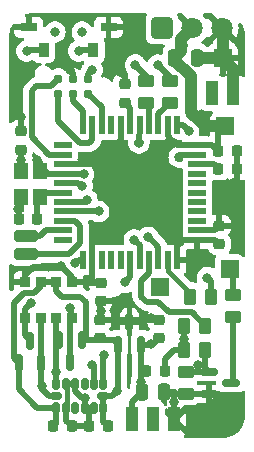
<source format=gbr>
%TF.GenerationSoftware,KiCad,Pcbnew,(7.0.0)*%
%TF.CreationDate,2024-01-15T14:21:03+01:00*%
%TF.ProjectId,LED_poi,4c45445f-706f-4692-9e6b-696361645f70,A*%
%TF.SameCoordinates,Original*%
%TF.FileFunction,Copper,L1,Top*%
%TF.FilePolarity,Positive*%
%FSLAX46Y46*%
G04 Gerber Fmt 4.6, Leading zero omitted, Abs format (unit mm)*
G04 Created by KiCad (PCBNEW (7.0.0)) date 2024-01-15 14:21:03*
%MOMM*%
%LPD*%
G01*
G04 APERTURE LIST*
G04 Aperture macros list*
%AMRoundRect*
0 Rectangle with rounded corners*
0 $1 Rounding radius*
0 $2 $3 $4 $5 $6 $7 $8 $9 X,Y pos of 4 corners*
0 Add a 4 corners polygon primitive as box body*
4,1,4,$2,$3,$4,$5,$6,$7,$8,$9,$2,$3,0*
0 Add four circle primitives for the rounded corners*
1,1,$1+$1,$2,$3*
1,1,$1+$1,$4,$5*
1,1,$1+$1,$6,$7*
1,1,$1+$1,$8,$9*
0 Add four rect primitives between the rounded corners*
20,1,$1+$1,$2,$3,$4,$5,0*
20,1,$1+$1,$4,$5,$6,$7,0*
20,1,$1+$1,$6,$7,$8,$9,0*
20,1,$1+$1,$8,$9,$2,$3,0*%
G04 Aperture macros list end*
%TA.AperFunction,SMDPad,CuDef*%
%ADD10RoundRect,0.225000X0.225000X0.250000X-0.225000X0.250000X-0.225000X-0.250000X0.225000X-0.250000X0*%
%TD*%
%TA.AperFunction,SMDPad,CuDef*%
%ADD11RoundRect,0.150000X-0.150000X0.587500X-0.150000X-0.587500X0.150000X-0.587500X0.150000X0.587500X0*%
%TD*%
%TA.AperFunction,SMDPad,CuDef*%
%ADD12R,0.900000X0.900000*%
%TD*%
%TA.AperFunction,ComponentPad*%
%ADD13RoundRect,0.250000X-0.550000X-0.550000X0.550000X-0.550000X0.550000X0.550000X-0.550000X0.550000X0*%
%TD*%
%TA.AperFunction,WasherPad*%
%ADD14C,0.800000*%
%TD*%
%TA.AperFunction,SMDPad,CuDef*%
%ADD15R,0.889000X1.270000*%
%TD*%
%TA.AperFunction,SMDPad,CuDef*%
%ADD16R,1.447800X0.787400*%
%TD*%
%TA.AperFunction,ComponentPad*%
%ADD17RoundRect,0.248400X-0.651600X-0.651600X0.651600X-0.651600X0.651600X0.651600X-0.651600X0.651600X0*%
%TD*%
%TA.AperFunction,ComponentPad*%
%ADD18C,1.800000*%
%TD*%
%TA.AperFunction,SMDPad,CuDef*%
%ADD19RoundRect,0.250000X-0.450000X0.262500X-0.450000X-0.262500X0.450000X-0.262500X0.450000X0.262500X0*%
%TD*%
%TA.AperFunction,SMDPad,CuDef*%
%ADD20RoundRect,0.250000X-0.250000X-0.475000X0.250000X-0.475000X0.250000X0.475000X-0.250000X0.475000X0*%
%TD*%
%TA.AperFunction,SMDPad,CuDef*%
%ADD21RoundRect,0.225000X0.250000X-0.225000X0.250000X0.225000X-0.250000X0.225000X-0.250000X-0.225000X0*%
%TD*%
%TA.AperFunction,SMDPad,CuDef*%
%ADD22R,1.200000X1.400000*%
%TD*%
%TA.AperFunction,SMDPad,CuDef*%
%ADD23RoundRect,0.150000X-0.587500X-0.150000X0.587500X-0.150000X0.587500X0.150000X-0.587500X0.150000X0*%
%TD*%
%TA.AperFunction,SMDPad,CuDef*%
%ADD24R,1.000000X2.000000*%
%TD*%
%TA.AperFunction,SMDPad,CuDef*%
%ADD25R,0.550000X1.500000*%
%TD*%
%TA.AperFunction,SMDPad,CuDef*%
%ADD26R,1.500000X0.550000*%
%TD*%
%TA.AperFunction,SMDPad,CuDef*%
%ADD27RoundRect,0.250000X-0.262500X-0.450000X0.262500X-0.450000X0.262500X0.450000X-0.262500X0.450000X0*%
%TD*%
%TA.AperFunction,SMDPad,CuDef*%
%ADD28RoundRect,0.225000X-0.250000X0.225000X-0.250000X-0.225000X0.250000X-0.225000X0.250000X0.225000X0*%
%TD*%
%TA.AperFunction,SMDPad,CuDef*%
%ADD29RoundRect,0.150000X0.150000X-0.587500X0.150000X0.587500X-0.150000X0.587500X-0.150000X-0.587500X0*%
%TD*%
%TA.AperFunction,SMDPad,CuDef*%
%ADD30RoundRect,0.250000X0.262500X0.450000X-0.262500X0.450000X-0.262500X-0.450000X0.262500X-0.450000X0*%
%TD*%
%TA.AperFunction,SMDPad,CuDef*%
%ADD31RoundRect,0.225000X-0.225000X-0.250000X0.225000X-0.250000X0.225000X0.250000X-0.225000X0.250000X0*%
%TD*%
%TA.AperFunction,SMDPad,CuDef*%
%ADD32RoundRect,0.150000X0.150000X-0.325000X0.150000X0.325000X-0.150000X0.325000X-0.150000X-0.325000X0*%
%TD*%
%TA.AperFunction,SMDPad,CuDef*%
%ADD33RoundRect,0.150000X0.325000X-0.150000X0.325000X0.150000X-0.325000X0.150000X-0.325000X-0.150000X0*%
%TD*%
%TA.AperFunction,SMDPad,CuDef*%
%ADD34RoundRect,0.250000X0.450000X-0.262500X0.450000X0.262500X-0.450000X0.262500X-0.450000X-0.262500X0*%
%TD*%
%TA.AperFunction,SMDPad,CuDef*%
%ADD35RoundRect,0.250000X0.750000X-0.250000X0.750000X0.250000X-0.750000X0.250000X-0.750000X-0.250000X0*%
%TD*%
%TA.AperFunction,ConnectorPad*%
%ADD36C,0.787400*%
%TD*%
%TA.AperFunction,ViaPad*%
%ADD37C,0.800000*%
%TD*%
%TA.AperFunction,ViaPad*%
%ADD38C,3.200000*%
%TD*%
%TA.AperFunction,Conductor*%
%ADD39C,0.500000*%
%TD*%
%TA.AperFunction,Conductor*%
%ADD40C,0.400000*%
%TD*%
%TA.AperFunction,Conductor*%
%ADD41C,1.000000*%
%TD*%
G04 APERTURE END LIST*
D10*
%TO.P,C8,1*%
%TO.N,/XTAL1*%
X84375000Y-63400000D03*
%TO.P,C8,2*%
%TO.N,GND*%
X82825000Y-63400000D03*
%TD*%
D11*
%TO.P,Q2,1,G*%
%TO.N,+3.3V*%
X88150000Y-73687500D03*
%TO.P,Q2,2,S*%
%TO.N,/SDA_3V3*%
X86250000Y-73687500D03*
%TO.P,Q2,3,D*%
%TO.N,/SDA*%
X87200000Y-75562500D03*
%TD*%
D12*
%TO.P,RN1,1,R1.1*%
%TO.N,/SCL*%
X83339999Y-71799999D03*
%TO.P,RN1,2,R2.1*%
%TO.N,/SCL_3V3*%
X84679999Y-71799999D03*
%TO.P,RN1,3,R3.1*%
%TO.N,/SDA_3V3*%
X85999999Y-71799999D03*
%TO.P,RN1,4,R4.1*%
%TO.N,/SDA*%
X87339999Y-71799999D03*
%TO.P,RN1,5,R4.2*%
%TO.N,VCC*%
X87339999Y-68799999D03*
%TO.P,RN1,6,R3.2*%
%TO.N,+3.3V*%
X85999999Y-68799999D03*
%TO.P,RN1,7,R2.2*%
X84679999Y-68799999D03*
%TO.P,RN1,8,R1.2*%
%TO.N,VCC*%
X83339999Y-68799999D03*
%TD*%
D13*
%TO.P,J6,1,Pin_1*%
%TO.N,VCC*%
X100300000Y-55600000D03*
%TD*%
%TO.P,J9,1,Pin_1*%
%TO.N,GND*%
X100100000Y-49800000D03*
%TD*%
D14*
%TO.P,SW1,*%
%TO.N,*%
X88197000Y-47600000D03*
X85897000Y-47600000D03*
D15*
%TO.P,SW1,1,A*%
%TO.N,Net-(SW1-A)*%
X89142499Y-49096999D03*
%TO.P,SW1,2,B*%
%TO.N,+BATT*%
X84951499Y-49096999D03*
D16*
%TO.P,SW1,3,C*%
%TO.N,GND*%
X90425199Y-47204699D03*
%TO.P,SW1,4,Shield*%
X83668799Y-47204699D03*
%TD*%
D10*
%TO.P,C1,1*%
%TO.N,Net-(SW1-A)*%
X95175000Y-76300000D03*
%TO.P,C1,2*%
%TO.N,VCC*%
X93625000Y-76300000D03*
%TD*%
D17*
%TO.P,U4,1,OUT*%
%TO.N,/IR_RX*%
X94960000Y-47250000D03*
D18*
%TO.P,U4,2,Vs*%
%TO.N,VCC*%
X97500000Y-47250000D03*
%TO.P,U4,3,GND*%
%TO.N,GND*%
X100040000Y-47250000D03*
%TD*%
D19*
%TO.P,R5,1*%
%TO.N,/KEY*%
X101000000Y-69887500D03*
%TO.P,R5,2*%
%TO.N,Net-(Q1-D)*%
X101000000Y-71712500D03*
%TD*%
D20*
%TO.P,C2,1*%
%TO.N,VCC*%
X93250000Y-78100000D03*
%TO.P,C2,2*%
%TO.N,GND*%
X95150000Y-78100000D03*
%TD*%
D21*
%TO.P,C5,1*%
%TO.N,VCC*%
X94700000Y-73500000D03*
%TO.P,C5,2*%
%TO.N,GND*%
X94700000Y-71950000D03*
%TD*%
D19*
%TO.P,R6,1*%
%TO.N,Net-(J8-Pin_1)*%
X95600000Y-51775000D03*
%TO.P,R6,2*%
%TO.N,Net-(U1-D-)*%
X95600000Y-53600000D03*
%TD*%
D22*
%TO.P,Y1,1,1*%
%TO.N,/XTAL2*%
X82999999Y-59399999D03*
%TO.P,Y1,2,2*%
%TO.N,GND*%
X82999999Y-61599999D03*
%TO.P,Y1,3,3*%
%TO.N,/XTAL1*%
X84599999Y-61599999D03*
%TO.P,Y1,4,4*%
%TO.N,GND*%
X84599999Y-59399999D03*
%TD*%
D23*
%TO.P,Q1,1,G*%
%TO.N,/PWR*%
X98925000Y-76350000D03*
%TO.P,Q1,2,S*%
%TO.N,GND*%
X98925000Y-78250000D03*
%TO.P,Q1,3,D*%
%TO.N,Net-(Q1-D)*%
X100800000Y-77300000D03*
%TD*%
D19*
%TO.P,R3,1*%
%TO.N,Net-(J4-Pin_1)*%
X93600000Y-51775000D03*
%TO.P,R3,2*%
%TO.N,Net-(U1-D+)*%
X93600000Y-53600000D03*
%TD*%
D24*
%TO.P,J3,1,Pin_1*%
%TO.N,GND*%
X95999999Y-80399999D03*
%TO.P,J3,2,Pin_2*%
%TO.N,/Data*%
X94199999Y-80399999D03*
%TO.P,J3,3,Pin_3*%
%TO.N,VCC*%
X92399999Y-80399999D03*
%TD*%
D25*
%TO.P,U1,1,PE6*%
%TO.N,/IR_RX*%
X96249999Y-55499999D03*
%TO.P,U1,2,UVCC*%
%TO.N,VCC*%
X95449999Y-55499999D03*
%TO.P,U1,3,D-*%
%TO.N,Net-(U1-D-)*%
X94649999Y-55499999D03*
%TO.P,U1,4,D+*%
%TO.N,Net-(U1-D+)*%
X93849999Y-55499999D03*
%TO.P,U1,5,UGND*%
%TO.N,GND*%
X93049999Y-55499999D03*
%TO.P,U1,6,UCAP*%
%TO.N,/UCAP*%
X92249999Y-55499999D03*
%TO.P,U1,7,VBUS*%
%TO.N,VCC*%
X91449999Y-55499999D03*
%TO.P,U1,8,PB0*%
%TO.N,unconnected-(U1-PB0-Pad8)*%
X90649999Y-55499999D03*
%TO.P,U1,9,PB1*%
%TO.N,/SCK*%
X89849999Y-55499999D03*
%TO.P,U1,10,PB2*%
%TO.N,/MOSI*%
X89049999Y-55499999D03*
%TO.P,U1,11,PB3*%
%TO.N,/MISO*%
X88249999Y-55499999D03*
D26*
%TO.P,U1,12,PB7*%
%TO.N,unconnected-(U1-PB7-Pad12)*%
X86549999Y-57199999D03*
%TO.P,U1,13,~{RESET}*%
%TO.N,/~{RST}*%
X86549999Y-57999999D03*
%TO.P,U1,14,VCC*%
%TO.N,VCC*%
X86549999Y-58799999D03*
%TO.P,U1,15,GND*%
%TO.N,GND*%
X86549999Y-59599999D03*
%TO.P,U1,16,XTAL2*%
%TO.N,/XTAL2*%
X86549999Y-60399999D03*
%TO.P,U1,17,XTAL1*%
%TO.N,/XTAL1*%
X86549999Y-61199999D03*
%TO.P,U1,18,PD0*%
%TO.N,/SCL*%
X86549999Y-61999999D03*
%TO.P,U1,19,PD1*%
%TO.N,/SDA*%
X86549999Y-62799999D03*
%TO.P,U1,20,PD2*%
%TO.N,/RX*%
X86549999Y-63599999D03*
%TO.P,U1,21,PD3*%
%TO.N,/TX*%
X86549999Y-64399999D03*
%TO.P,U1,22,PD5*%
%TO.N,unconnected-(U1-PD5-Pad22)*%
X86549999Y-65199999D03*
D25*
%TO.P,U1,23,GND*%
%TO.N,GND*%
X88249999Y-66899999D03*
%TO.P,U1,24,AVCC*%
%TO.N,VCC*%
X89049999Y-66899999D03*
%TO.P,U1,25,PD4*%
%TO.N,unconnected-(U1-PD4-Pad25)*%
X89849999Y-66899999D03*
%TO.P,U1,26,PD6*%
%TO.N,unconnected-(U1-PD6-Pad26)*%
X90649999Y-66899999D03*
%TO.P,U1,27,PD7*%
%TO.N,unconnected-(U1-PD7-Pad27)*%
X91449999Y-66899999D03*
%TO.P,U1,28,PB4*%
%TO.N,/ACC_INT1*%
X92249999Y-66899999D03*
%TO.P,U1,29,PB5*%
%TO.N,/ACC_INT2*%
X93049999Y-66899999D03*
%TO.P,U1,30,PB6*%
%TO.N,/Button*%
X93849999Y-66899999D03*
%TO.P,U1,31,PC6*%
%TO.N,/PWR*%
X94649999Y-66899999D03*
%TO.P,U1,32,PC7*%
%TO.N,/LED_Data*%
X95449999Y-66899999D03*
%TO.P,U1,33,~{HWB}/PE2*%
%TO.N,VCC*%
X96249999Y-66899999D03*
D26*
%TO.P,U1,34,VCC*%
X97949999Y-65199999D03*
%TO.P,U1,35,GND*%
%TO.N,GND*%
X97949999Y-64399999D03*
%TO.P,U1,36,PF7*%
%TO.N,unconnected-(U1-PF7-Pad36)*%
X97949999Y-63599999D03*
%TO.P,U1,37,PF6*%
%TO.N,unconnected-(U1-PF6-Pad37)*%
X97949999Y-62799999D03*
%TO.P,U1,38,PF5*%
%TO.N,unconnected-(U1-PF5-Pad38)*%
X97949999Y-61999999D03*
%TO.P,U1,39,PF4*%
%TO.N,unconnected-(U1-PF4-Pad39)*%
X97949999Y-61199999D03*
%TO.P,U1,40,PF1*%
%TO.N,unconnected-(U1-PF1-Pad40)*%
X97949999Y-60399999D03*
%TO.P,U1,41,PF0*%
%TO.N,unconnected-(U1-PF0-Pad41)*%
X97949999Y-59599999D03*
%TO.P,U1,42,AREF*%
%TO.N,/AREF*%
X97949999Y-58799999D03*
%TO.P,U1,43,GND*%
%TO.N,GND*%
X97949999Y-57999999D03*
%TO.P,U1,44,AVCC*%
%TO.N,VCC*%
X97949999Y-57199999D03*
%TD*%
D24*
%TO.P,J1,1,Pin_1*%
%TO.N,GND*%
X100999999Y-52799999D03*
%TO.P,J1,2,Pin_2*%
%TO.N,/Data*%
X99199999Y-52799999D03*
%TO.P,J1,3,Pin_3*%
%TO.N,VCC*%
X97399999Y-52799999D03*
%TD*%
D13*
%TO.P,J7,1,Pin_1*%
%TO.N,/KEY*%
X100700000Y-67700000D03*
%TD*%
D27*
%TO.P,R7,1*%
%TO.N,Net-(SW1-A)*%
X96800000Y-72500000D03*
%TO.P,R7,2*%
%TO.N,/Button*%
X98625000Y-72500000D03*
%TD*%
D13*
%TO.P,J5,1,Pin_1*%
%TO.N,+BATT*%
X94800000Y-69200000D03*
%TD*%
D28*
%TO.P,C9,1*%
%TO.N,VCC*%
X89750000Y-68825000D03*
%TO.P,C9,2*%
%TO.N,GND*%
X89750000Y-70375000D03*
%TD*%
D21*
%TO.P,C12,1*%
%TO.N,VCC*%
X99800000Y-65550000D03*
%TO.P,C12,2*%
%TO.N,GND*%
X99800000Y-64000000D03*
%TD*%
D29*
%TO.P,Q3,1,G*%
%TO.N,+3.3V*%
X82850000Y-75600000D03*
%TO.P,Q3,2,S*%
%TO.N,/SCL_3V3*%
X84750000Y-75600000D03*
%TO.P,Q3,3,D*%
%TO.N,/SCL*%
X83800000Y-73725000D03*
%TD*%
D30*
%TO.P,R1,1*%
%TO.N,/PWR*%
X98625000Y-74500000D03*
%TO.P,R1,2*%
%TO.N,Net-(SW1-A)*%
X96800000Y-74500000D03*
%TD*%
D21*
%TO.P,C10,1*%
%TO.N,/UCAP*%
X91800000Y-53575000D03*
%TO.P,C10,2*%
%TO.N,GND*%
X91800000Y-52025000D03*
%TD*%
D27*
%TO.P,R4,1*%
%TO.N,/LED_Data*%
X97287500Y-70000000D03*
%TO.P,R4,2*%
%TO.N,/Data*%
X99112500Y-70000000D03*
%TD*%
D21*
%TO.P,C7,1*%
%TO.N,/XTAL2*%
X83000000Y-57575000D03*
%TO.P,C7,2*%
%TO.N,GND*%
X83000000Y-56025000D03*
%TD*%
D31*
%TO.P,C11,1*%
%TO.N,/AREF*%
X99725000Y-59200000D03*
%TO.P,C11,2*%
%TO.N,GND*%
X101275000Y-59200000D03*
%TD*%
%TO.P,C14,1*%
%TO.N,+3.3V*%
X85750000Y-81000000D03*
%TO.P,C14,2*%
%TO.N,GND*%
X87300000Y-81000000D03*
%TD*%
D29*
%TO.P,U2,1,Vout*%
%TO.N,+3.3V*%
X91250000Y-74062500D03*
%TO.P,U2,2,Vin*%
%TO.N,VCC*%
X93150000Y-74062500D03*
%TO.P,U2,3,GND*%
%TO.N,GND*%
X92200000Y-72187500D03*
%TD*%
D32*
%TO.P,U3,1,Vdd_I/O*%
%TO.N,+3.3V*%
X86000000Y-79400000D03*
%TO.P,U3,2,GND*%
%TO.N,GND*%
X86800000Y-79400000D03*
%TO.P,U3,3,RES*%
%TO.N,unconnected-(U3-RES-Pad3)*%
X87600000Y-79400000D03*
%TO.P,U3,4,GND*%
%TO.N,GND*%
X88400000Y-79400000D03*
%TO.P,U3,5,GND*%
X89200000Y-79400000D03*
%TO.P,U3,6,Vs*%
%TO.N,+3.3V*%
X90000000Y-79400000D03*
D33*
%TO.P,U3,7,~{CS}*%
X90000000Y-78400000D03*
D32*
%TO.P,U3,8,INT1*%
%TO.N,/ACC_INT1*%
X90000000Y-77400000D03*
%TO.P,U3,9,INT2*%
%TO.N,/ACC_INT2*%
X89200000Y-77400000D03*
%TO.P,U3,10,NC*%
%TO.N,unconnected-(U3-NC-Pad10)*%
X88400000Y-77400000D03*
%TO.P,U3,11,RES*%
%TO.N,GND*%
X87600000Y-77400000D03*
%TO.P,U3,12,SDO/ADDR*%
X86800000Y-77400000D03*
%TO.P,U3,13,SDA/SDI/SDIO*%
%TO.N,/SDA_3V3*%
X86000000Y-77400000D03*
D33*
%TO.P,U3,14,SCL/SCLK*%
%TO.N,/SCL_3V3*%
X86000000Y-78400000D03*
%TD*%
D34*
%TO.P,R2,1*%
%TO.N,GND*%
X96962500Y-78212500D03*
%TO.P,R2,2*%
%TO.N,/PWR*%
X96962500Y-76387500D03*
%TD*%
D21*
%TO.P,C13,1*%
%TO.N,+3.3V*%
X89700000Y-73500000D03*
%TO.P,C13,2*%
%TO.N,GND*%
X89700000Y-71950000D03*
%TD*%
D35*
%TO.P,J12,1,Pin_1*%
%TO.N,/RX*%
X83400000Y-66400000D03*
%TD*%
D10*
%TO.P,C15,1*%
%TO.N,+3.3V*%
X90350000Y-81000000D03*
%TO.P,C15,2*%
%TO.N,GND*%
X88800000Y-81000000D03*
%TD*%
D36*
%TO.P,J10,1,VCC*%
%TO.N,VCC*%
X88730000Y-51565000D03*
%TO.P,J10,2,SCK*%
%TO.N,/SCK*%
X88730000Y-52835000D03*
%TO.P,J10,3,GND*%
%TO.N,GND*%
X87460000Y-51565000D03*
%TO.P,J10,4,MISO*%
%TO.N,/MISO*%
X87460000Y-52835000D03*
%TO.P,J10,5,~{RST}*%
%TO.N,/~{RST}*%
X86190000Y-51565000D03*
%TO.P,J10,6,MOSI*%
%TO.N,/MOSI*%
X86190000Y-52835000D03*
%TD*%
D35*
%TO.P,J13,1,Pin_1*%
%TO.N,/TX*%
X83400000Y-64900000D03*
%TD*%
D20*
%TO.P,C4,1*%
%TO.N,VCC*%
X96000000Y-49800000D03*
%TO.P,C4,2*%
%TO.N,GND*%
X97900000Y-49800000D03*
%TD*%
D31*
%TO.P,C6,1*%
%TO.N,VCC*%
X99725000Y-57700000D03*
%TO.P,C6,2*%
%TO.N,GND*%
X101275000Y-57700000D03*
%TD*%
D37*
%TO.N,GND*%
X99800000Y-62800000D03*
X87150500Y-50800000D03*
X91400000Y-51000000D03*
X88400000Y-78600000D03*
X83000000Y-54800000D03*
X84400000Y-58400000D03*
X101000000Y-60400000D03*
X93000000Y-57000000D03*
X94000000Y-71800000D03*
X88311043Y-59649500D03*
D38*
X100000000Y-80000000D03*
D37*
X96400000Y-58200000D03*
X87600000Y-67200000D03*
X89800000Y-71200000D03*
X96006220Y-78950500D03*
X82800000Y-62600000D03*
%TO.N,/XTAL2*%
X83000000Y-58400000D03*
X88195095Y-60642254D03*
%TO.N,/Data*%
X98800000Y-68400000D03*
X94200000Y-79800000D03*
X99200000Y-53400000D03*
%TO.N,+BATT*%
X83500000Y-49200000D03*
%TO.N,Net-(SW1-A)*%
X96800000Y-73600000D03*
X87897000Y-49200000D03*
%TO.N,+3.3V*%
X91150500Y-78000000D03*
%TO.N,Net-(J4-Pin_1)*%
X92700000Y-50400000D03*
%TO.N,Net-(J8-Pin_1)*%
X94600000Y-50400000D03*
%TO.N,/SCL_3V3*%
X84800000Y-77600000D03*
%TO.N,/SDA_3V3*%
X86000000Y-76400000D03*
%TO.N,/ACC_INT1*%
X91800000Y-68800000D03*
X90006220Y-74950500D03*
%TO.N,/PWR*%
X93800000Y-65000000D03*
X98000000Y-75800000D03*
%TO.N,/SDA*%
X87200000Y-71000000D03*
X89600000Y-62800000D03*
%TO.N,/SCL*%
X88600000Y-61800000D03*
X83871405Y-70549500D03*
%TO.N,VCC*%
X91400000Y-57000000D03*
X90600000Y-64000000D03*
X96449500Y-65393780D03*
X89049500Y-50806220D03*
X96000000Y-57000000D03*
X86400000Y-67400000D03*
X93200000Y-77200000D03*
X94000000Y-74000000D03*
%TO.N,/IR_RX*%
X97200000Y-56000000D03*
%TO.N,/ACC_INT2*%
X92600000Y-65200000D03*
X89000000Y-75800000D03*
%TD*%
D39*
%TO.N,/SCK*%
X89850000Y-53955000D02*
X88730000Y-52835000D01*
X89850000Y-55500000D02*
X89850000Y-53955000D01*
%TO.N,GND*%
X82825000Y-61775000D02*
X83000000Y-61600000D01*
X101275000Y-60125000D02*
X101000000Y-60400000D01*
X98925000Y-78250000D02*
X96000000Y-78250000D01*
X86550000Y-59600000D02*
X88261543Y-59600000D01*
X96000000Y-80400000D02*
X96000000Y-78956720D01*
D40*
X86875000Y-79325000D02*
X86875000Y-77475000D01*
D39*
X82825000Y-62625000D02*
X82800000Y-62600000D01*
X101275000Y-59200000D02*
X101275000Y-57700000D01*
X86800000Y-77400000D02*
X87600000Y-77400000D01*
D40*
X86875000Y-77475000D02*
X86800000Y-77400000D01*
D39*
X94000000Y-71800000D02*
X94150000Y-71950000D01*
X93000000Y-57000000D02*
X93050000Y-56950000D01*
D41*
X100100000Y-49800000D02*
X100100000Y-47310000D01*
D39*
X99400000Y-64400000D02*
X99800000Y-64000000D01*
X82825000Y-63400000D02*
X82825000Y-62625000D01*
X96600000Y-58000000D02*
X96400000Y-58200000D01*
X91800000Y-52025000D02*
X91800000Y-51400000D01*
X84800000Y-59600000D02*
X84600000Y-59400000D01*
D41*
X101000000Y-50700000D02*
X100100000Y-49800000D01*
D39*
X84600000Y-58600000D02*
X84400000Y-58400000D01*
D40*
X86800000Y-79400000D02*
X86875000Y-79325000D01*
D39*
X86800000Y-79400000D02*
X86800000Y-80500000D01*
D41*
X101000000Y-52800000D02*
X101000000Y-50700000D01*
D39*
X87600000Y-78000000D02*
X88200000Y-78600000D01*
X96000000Y-78250000D02*
X95300000Y-78250000D01*
X95300000Y-78250000D02*
X95150000Y-78100000D01*
X88400000Y-78800000D02*
X88400000Y-79400000D01*
X89800000Y-71200000D02*
X89700000Y-71100000D01*
X87460000Y-51109500D02*
X87150500Y-50800000D01*
X88261543Y-59600000D02*
X88311043Y-59649500D01*
X96000000Y-78944280D02*
X96006220Y-78950500D01*
X97950000Y-58000000D02*
X96600000Y-58000000D01*
X89700000Y-71950000D02*
X93850000Y-71950000D01*
X89700000Y-71300000D02*
X89800000Y-71200000D01*
X93050000Y-55500000D02*
X93000000Y-57000000D01*
X97950000Y-64400000D02*
X99400000Y-64400000D01*
X83000000Y-56025000D02*
X83000000Y-54800000D01*
X87900000Y-66900000D02*
X87600000Y-67200000D01*
X86800000Y-80500000D02*
X87300000Y-81000000D01*
X93850000Y-71950000D02*
X94000000Y-71800000D01*
X89700000Y-70425000D02*
X89750000Y-70375000D01*
X87460000Y-51565000D02*
X87460000Y-51109500D01*
X82825000Y-62575000D02*
X82825000Y-61775000D01*
X88250000Y-66900000D02*
X87900000Y-66900000D01*
X94150000Y-71950000D02*
X94700000Y-71950000D01*
X96000000Y-78250000D02*
X96000000Y-78944280D01*
X87300000Y-81000000D02*
X88800000Y-81000000D01*
X89200000Y-79400000D02*
X88800000Y-79400000D01*
X89700000Y-71100000D02*
X89700000Y-70425000D01*
X88800000Y-81000000D02*
X88800000Y-79400000D01*
D41*
X100100000Y-47310000D02*
X100040000Y-47250000D01*
D39*
X96000000Y-78956720D02*
X96006220Y-78950500D01*
X83000000Y-54800000D02*
X83000000Y-54600000D01*
X82800000Y-62600000D02*
X82825000Y-62575000D01*
X101275000Y-59200000D02*
X101275000Y-60125000D01*
X89700000Y-71950000D02*
X89700000Y-71300000D01*
X86550000Y-59600000D02*
X84800000Y-59600000D01*
X99800000Y-64000000D02*
X99800000Y-62800000D01*
X84600000Y-59400000D02*
X84600000Y-58600000D01*
D41*
X97900000Y-49800000D02*
X100100000Y-49800000D01*
D39*
X88800000Y-79400000D02*
X88400000Y-79400000D01*
X91800000Y-51400000D02*
X91400000Y-51000000D01*
X87600000Y-77400000D02*
X87600000Y-78000000D01*
%TO.N,/XTAL2*%
X83000000Y-58400000D02*
X83000000Y-57575000D01*
X87867456Y-60400000D02*
X88109710Y-60642254D01*
X83000000Y-59400000D02*
X83000000Y-58400000D01*
X88109710Y-60642254D02*
X88195095Y-60642254D01*
X86550000Y-60400000D02*
X87867456Y-60400000D01*
%TO.N,/XTAL1*%
X86550000Y-61200000D02*
X85000000Y-61200000D01*
X84375000Y-61825000D02*
X84600000Y-61600000D01*
X84375000Y-63400000D02*
X84375000Y-61825000D01*
X85000000Y-61200000D02*
X84600000Y-61600000D01*
%TO.N,/Data*%
X99112500Y-68712500D02*
X98800000Y-68400000D01*
X99112500Y-70000000D02*
X99112500Y-68712500D01*
%TO.N,+BATT*%
X84951500Y-49097000D02*
X83603000Y-49097000D01*
X83603000Y-49097000D02*
X83500000Y-49200000D01*
%TO.N,Net-(SW1-A)*%
X89142500Y-49097000D02*
X88000000Y-49097000D01*
X95175000Y-76300000D02*
X95175000Y-75325000D01*
X96800000Y-74500000D02*
X96800000Y-73600000D01*
X96800000Y-73600000D02*
X96800000Y-72500000D01*
X96000000Y-74500000D02*
X96800000Y-74500000D01*
X95175000Y-75325000D02*
X96000000Y-74500000D01*
%TO.N,/MISO*%
X87460000Y-53460000D02*
X87460000Y-52835000D01*
X88250000Y-55500000D02*
X88250000Y-54250000D01*
X88250000Y-54250000D02*
X87460000Y-53460000D01*
%TO.N,/~{RST}*%
X83924700Y-52575300D02*
X83924700Y-56499700D01*
X84320700Y-52179300D02*
X83924700Y-52575300D01*
X83924700Y-56499700D02*
X85425000Y-58000000D01*
X85575700Y-52179300D02*
X84320700Y-52179300D01*
X86190000Y-51565000D02*
X85575700Y-52179300D01*
X85425000Y-58000000D02*
X86550000Y-58000000D01*
%TO.N,/MOSI*%
X86190000Y-52835000D02*
X86190000Y-55140000D01*
X89050000Y-55500000D02*
X89050000Y-56750000D01*
X88050000Y-57000000D02*
X88800000Y-57000000D01*
X88800000Y-57000000D02*
X89050000Y-56750000D01*
X86190000Y-55140000D02*
X88050000Y-57000000D01*
%TO.N,Net-(Q1-D)*%
X101000000Y-77100000D02*
X100800000Y-77300000D01*
X101000000Y-71712500D02*
X101000000Y-77100000D01*
%TO.N,/UCAP*%
X92250000Y-55500000D02*
X92250000Y-54025000D01*
X92250000Y-54025000D02*
X91800000Y-53575000D01*
%TO.N,/AREF*%
X97950000Y-58800000D02*
X99325000Y-58800000D01*
X99325000Y-58800000D02*
X99725000Y-59200000D01*
%TO.N,+3.3V*%
X88150000Y-73687500D02*
X88500000Y-73687500D01*
X90750500Y-78400000D02*
X91150500Y-78000000D01*
X90000000Y-78400000D02*
X90000000Y-80650000D01*
X86000000Y-80750000D02*
X85750000Y-81000000D01*
X83300000Y-69700000D02*
X84100000Y-69700000D01*
X90000000Y-78400000D02*
X90750500Y-78400000D01*
X84680000Y-68800000D02*
X86000000Y-68800000D01*
X84400000Y-79400000D02*
X82850000Y-77850000D01*
X90000000Y-80650000D02*
X90350000Y-81000000D01*
X88000000Y-70000000D02*
X88500000Y-70500000D01*
X90875000Y-73687500D02*
X91250000Y-74062500D01*
X84680000Y-69120000D02*
X84680000Y-68800000D01*
X82440000Y-75190000D02*
X82440000Y-70560000D01*
X88500000Y-73687500D02*
X90875000Y-73687500D01*
X86000000Y-68800000D02*
X86000000Y-69500000D01*
X82850000Y-75600000D02*
X82440000Y-75190000D01*
X86500000Y-70000000D02*
X88000000Y-70000000D01*
X82440000Y-70560000D02*
X83300000Y-69700000D01*
X86000000Y-79400000D02*
X84400000Y-79400000D01*
X82850000Y-77850000D02*
X82850000Y-75600000D01*
X86000000Y-69500000D02*
X86500000Y-70000000D01*
X91250000Y-74062500D02*
X91250000Y-77900500D01*
X84100000Y-69700000D02*
X84680000Y-69120000D01*
X88500000Y-70500000D02*
X88500000Y-73687500D01*
X86000000Y-79400000D02*
X86000000Y-80750000D01*
%TO.N,Net-(J4-Pin_1)*%
X93700000Y-51775000D02*
X93700000Y-51400000D01*
X93700000Y-51400000D02*
X92700000Y-50400000D01*
%TO.N,/KEY*%
X101000000Y-68000000D02*
X100700000Y-67700000D01*
X101000000Y-69887500D02*
X101000000Y-68000000D01*
%TO.N,Net-(J8-Pin_1)*%
X95600000Y-51775000D02*
X95600000Y-51400000D01*
X95600000Y-51400000D02*
X94600000Y-50400000D01*
%TO.N,/SCL_3V3*%
X85400000Y-78400000D02*
X84750000Y-77750000D01*
X84750000Y-77750000D02*
X84750000Y-77650000D01*
X84750000Y-71870000D02*
X84680000Y-71800000D01*
X86000000Y-78400000D02*
X85400000Y-78400000D01*
X84750000Y-77550000D02*
X84750000Y-75600000D01*
X84750000Y-75600000D02*
X84750000Y-71870000D01*
X84750000Y-77650000D02*
X84800000Y-77600000D01*
X84800000Y-77600000D02*
X84750000Y-77550000D01*
%TO.N,/SDA_3V3*%
X86000000Y-77400000D02*
X86000000Y-76400000D01*
X86000000Y-73000000D02*
X86000000Y-73437500D01*
X86000000Y-71800000D02*
X86000000Y-73000000D01*
X86000000Y-76400000D02*
X86000000Y-73000000D01*
X86000000Y-73437500D02*
X86250000Y-73687500D01*
%TO.N,/ACC_INT1*%
X92250000Y-66900000D02*
X92250000Y-68350000D01*
X90000000Y-77400000D02*
X90000000Y-74956720D01*
X90000000Y-74956720D02*
X90006220Y-74950500D01*
X92250000Y-68350000D02*
X91800000Y-68800000D01*
%TO.N,/RX*%
X87050000Y-66400000D02*
X88000000Y-65450000D01*
X87600000Y-63600000D02*
X86550000Y-63600000D01*
X83400000Y-66400000D02*
X87050000Y-66400000D01*
X88000000Y-65450000D02*
X88000000Y-64000000D01*
X88000000Y-64000000D02*
X87600000Y-63600000D01*
%TO.N,/TX*%
X85100000Y-64400000D02*
X84600000Y-64900000D01*
X84600000Y-64900000D02*
X83400000Y-64900000D01*
X86550000Y-64400000D02*
X85100000Y-64400000D01*
%TO.N,/PWR*%
X98000000Y-76387500D02*
X98887500Y-76387500D01*
X96962500Y-76387500D02*
X98000000Y-76387500D01*
X98887500Y-76387500D02*
X98925000Y-76350000D01*
X94650000Y-65775000D02*
X93875000Y-65000000D01*
X98000000Y-75800000D02*
X98000000Y-76387500D01*
X98925000Y-76350000D02*
X98550000Y-76350000D01*
X94650000Y-66900000D02*
X94650000Y-65775000D01*
X98625000Y-76050000D02*
X98925000Y-76350000D01*
X98625000Y-74500000D02*
X98625000Y-76050000D01*
%TO.N,/SDA*%
X87200000Y-71940000D02*
X87340000Y-71800000D01*
X87200000Y-75562500D02*
X87200000Y-71940000D01*
X87340000Y-71800000D02*
X87200000Y-71000000D01*
X86550000Y-62800000D02*
X89600000Y-62800000D01*
%TO.N,/SCL*%
X83340000Y-71080905D02*
X83871405Y-70549500D01*
X83340000Y-73265000D02*
X83800000Y-73725000D01*
X88400000Y-62000000D02*
X88600000Y-61800000D01*
X83340000Y-71800000D02*
X83340000Y-73265000D01*
X86550000Y-62000000D02*
X88400000Y-62000000D01*
X83340000Y-71800000D02*
X83340000Y-71080905D01*
%TO.N,Net-(U1-D+)*%
X93850000Y-53850000D02*
X93600000Y-53600000D01*
X93850000Y-55500000D02*
X93850000Y-53850000D01*
D40*
%TO.N,/LED_Data*%
X95450000Y-67830761D02*
X97287500Y-69668261D01*
X95450000Y-66900000D02*
X95450000Y-67830761D01*
X97287500Y-69668261D02*
X97287500Y-70000000D01*
D39*
%TO.N,Net-(U1-D-)*%
X94650000Y-54550000D02*
X95600000Y-53600000D01*
X94650000Y-55500000D02*
X94650000Y-54550000D01*
%TO.N,/Button*%
X93650000Y-70450000D02*
X93200000Y-70000000D01*
X95529594Y-71350000D02*
X94629594Y-70450000D01*
X93850000Y-66900000D02*
X93850000Y-68025000D01*
X98625000Y-72500000D02*
X97475000Y-71350000D01*
X93200000Y-68675000D02*
X93200000Y-70000000D01*
X97475000Y-71350000D02*
X95529594Y-71350000D01*
X94629594Y-70450000D02*
X93650000Y-70450000D01*
X93850000Y-68025000D02*
X93200000Y-68675000D01*
%TO.N,VCC*%
X96200000Y-57200000D02*
X96000000Y-57000000D01*
X91450000Y-57050000D02*
X91450000Y-58650000D01*
X92400000Y-78950000D02*
X93250000Y-78100000D01*
X96393780Y-65393780D02*
X96449500Y-65393780D01*
X94062500Y-74062500D02*
X94137500Y-74062500D01*
D41*
X98600000Y-55600000D02*
X97400000Y-54400000D01*
D39*
X86500000Y-67500000D02*
X87340000Y-68340000D01*
X86550000Y-58800000D02*
X91600000Y-58800000D01*
X99725000Y-56175000D02*
X100300000Y-55600000D01*
X99450000Y-65200000D02*
X99800000Y-65550000D01*
X94137500Y-74062500D02*
X94700000Y-73500000D01*
X86300000Y-67500000D02*
X86400000Y-67400000D01*
X93150000Y-74062500D02*
X93937500Y-74062500D01*
X91450000Y-58650000D02*
X91600000Y-58800000D01*
X97950000Y-57200000D02*
X99225000Y-57200000D01*
D41*
X96000000Y-49800000D02*
X96560000Y-49240000D01*
D39*
X87340000Y-68340000D02*
X87340000Y-68800000D01*
X93200000Y-77200000D02*
X93150000Y-77250000D01*
X96000000Y-57000000D02*
X96000000Y-57000000D01*
X83340000Y-68160000D02*
X84000000Y-67500000D01*
X91400000Y-57000000D02*
X91450000Y-57050000D01*
X93937500Y-74062500D02*
X94000000Y-74000000D01*
X88730000Y-51125720D02*
X89049500Y-50806220D01*
X93150000Y-78000000D02*
X93250000Y-78100000D01*
X94150000Y-63150000D02*
X96393780Y-65393780D01*
X90600000Y-64000000D02*
X91450000Y-63150000D01*
X96250000Y-66900000D02*
X96250000Y-65593280D01*
X92400000Y-80400000D02*
X92400000Y-78950000D01*
X88730000Y-51565000D02*
X88730000Y-51125720D01*
X97950000Y-65200000D02*
X96643280Y-65200000D01*
X96250000Y-65593280D02*
X96449500Y-65393780D01*
X93150000Y-77250000D02*
X93150000Y-78000000D01*
D41*
X96000000Y-49968503D02*
X96000000Y-49800000D01*
D39*
X89050000Y-66900000D02*
X89050000Y-65550000D01*
X96643280Y-65200000D02*
X96449500Y-65393780D01*
D41*
X97400000Y-51368503D02*
X96000000Y-49968503D01*
D39*
X87340000Y-68800000D02*
X89000000Y-68800000D01*
X83340000Y-68800000D02*
X83340000Y-68160000D01*
X89050000Y-66900000D02*
X89050000Y-68750000D01*
D41*
X96560000Y-48190000D02*
X97500000Y-47250000D01*
X100300000Y-55600000D02*
X98600000Y-55600000D01*
X96560000Y-49240000D02*
X96560000Y-48190000D01*
D39*
X93150000Y-74062500D02*
X93150000Y-77150000D01*
X89725000Y-68800000D02*
X89750000Y-68825000D01*
X97950000Y-57200000D02*
X96200000Y-57200000D01*
X93150000Y-77150000D02*
X93200000Y-77200000D01*
X91450000Y-63150000D02*
X91450000Y-58650000D01*
X99725000Y-57700000D02*
X99725000Y-56175000D01*
X91600000Y-58800000D02*
X94200000Y-58800000D01*
X99225000Y-57200000D02*
X99725000Y-57700000D01*
X96000000Y-57000000D02*
X96000000Y-57000000D01*
X89050000Y-68750000D02*
X89000000Y-68800000D01*
D41*
X96000000Y-49800000D02*
X96000000Y-49631497D01*
D39*
X91450000Y-56950000D02*
X91400000Y-57000000D01*
X91450000Y-55500000D02*
X91450000Y-56950000D01*
X86400000Y-67400000D02*
X86500000Y-67500000D01*
X89000000Y-68800000D02*
X89725000Y-68800000D01*
X90600000Y-64000000D02*
X90600000Y-64000000D01*
X96000000Y-57000000D02*
X95450000Y-56450000D01*
X84000000Y-67500000D02*
X86300000Y-67500000D01*
X90600000Y-64000000D02*
X90600000Y-64000000D01*
D41*
X97400000Y-54400000D02*
X97400000Y-52800000D01*
D39*
X89050000Y-65550000D02*
X90600000Y-64000000D01*
X94200000Y-58800000D02*
X96000000Y-57000000D01*
D41*
X97400000Y-52800000D02*
X97400000Y-51368503D01*
D39*
X91450000Y-63150000D02*
X94150000Y-63150000D01*
X94000000Y-74000000D02*
X94062500Y-74062500D01*
X95450000Y-56450000D02*
X95450000Y-55500000D01*
X97950000Y-65200000D02*
X99450000Y-65200000D01*
%TO.N,/IR_RX*%
X96700000Y-55500000D02*
X97200000Y-56000000D01*
X96250000Y-55500000D02*
X96700000Y-55500000D01*
%TO.N,/ACC_INT2*%
X89200000Y-76000000D02*
X89000000Y-75800000D01*
X93050000Y-65650000D02*
X92600000Y-65200000D01*
X89200000Y-77400000D02*
X89200000Y-76000000D01*
X93050000Y-66900000D02*
X93050000Y-65650000D01*
%TD*%
%TA.AperFunction,Conductor*%
%TO.N,VCC*%
G36*
X88727118Y-68149994D02*
G01*
X88778995Y-68167767D01*
X88818135Y-68206175D01*
X88836882Y-68257708D01*
X88831570Y-68312287D01*
X88787272Y-68445969D01*
X88784456Y-68459125D01*
X88775319Y-68548555D01*
X88775000Y-68554832D01*
X88775000Y-68558674D01*
X88778450Y-68571549D01*
X88791326Y-68575000D01*
X89876000Y-68575000D01*
X89938000Y-68591613D01*
X89983387Y-68637000D01*
X90000000Y-68699000D01*
X90000000Y-68951000D01*
X89983387Y-69013000D01*
X89938000Y-69058387D01*
X89876000Y-69075000D01*
X88791327Y-69075000D01*
X88778451Y-69078450D01*
X88775001Y-69091326D01*
X88775001Y-69095165D01*
X88775321Y-69101447D01*
X88784455Y-69190867D01*
X88787274Y-69204036D01*
X88831333Y-69336997D01*
X88836184Y-69394863D01*
X88814157Y-69448593D01*
X88770082Y-69486403D01*
X88713627Y-69500000D01*
X88616825Y-69500000D01*
X88574414Y-69492522D01*
X88537122Y-69470991D01*
X88511655Y-69449622D01*
X88503691Y-69442323D01*
X88502329Y-69440961D01*
X88502328Y-69440960D01*
X88499777Y-69438409D01*
X88496953Y-69436176D01*
X88496944Y-69436168D01*
X88475445Y-69419170D01*
X88472674Y-69416913D01*
X88415214Y-69368698D01*
X88408760Y-69365456D01*
X88405859Y-69363548D01*
X88405588Y-69363352D01*
X88405292Y-69363187D01*
X88402339Y-69361366D01*
X88396677Y-69356889D01*
X88361594Y-69340529D01*
X88309419Y-69294772D01*
X88290000Y-69228147D01*
X88290000Y-69066326D01*
X88286549Y-69053450D01*
X88273674Y-69050000D01*
X87214000Y-69050000D01*
X87152000Y-69033387D01*
X87106613Y-68988000D01*
X87090000Y-68926000D01*
X87090000Y-68674000D01*
X87106613Y-68612000D01*
X87152000Y-68566613D01*
X87214000Y-68550000D01*
X88273674Y-68550000D01*
X88286549Y-68546549D01*
X88290000Y-68533674D01*
X88290000Y-68305482D01*
X88289646Y-68298883D01*
X88288450Y-68287753D01*
X88300204Y-68220317D01*
X88345947Y-68169393D01*
X88411739Y-68150499D01*
X88572872Y-68150499D01*
X88632483Y-68144091D01*
X88632628Y-68145440D01*
X88667424Y-68145440D01*
X88667623Y-68143598D01*
X88727118Y-68149994D01*
G37*
%TD.AperFunction*%
%TA.AperFunction,Conductor*%
G36*
X86635902Y-67165015D02*
G01*
X86680488Y-67205160D01*
X86701008Y-67261539D01*
X86713646Y-67381795D01*
X86713647Y-67381803D01*
X86714326Y-67388256D01*
X86716331Y-67394428D01*
X86716333Y-67394435D01*
X86770813Y-67562105D01*
X86772821Y-67568284D01*
X86776068Y-67573908D01*
X86776069Y-67573910D01*
X86838132Y-67681407D01*
X86854252Y-67732355D01*
X86847434Y-67785356D01*
X86818946Y-67830565D01*
X86774078Y-67859589D01*
X86714047Y-67881979D01*
X86670714Y-67889797D01*
X86627381Y-67881979D01*
X86564752Y-67858620D01*
X86564750Y-67858619D01*
X86557483Y-67855909D01*
X86549770Y-67855079D01*
X86549767Y-67855079D01*
X86501180Y-67849855D01*
X86501169Y-67849854D01*
X86497873Y-67849500D01*
X86494550Y-67849500D01*
X85505439Y-67849500D01*
X85505420Y-67849500D01*
X85502128Y-67849501D01*
X85498850Y-67849853D01*
X85498838Y-67849854D01*
X85450231Y-67855079D01*
X85450225Y-67855080D01*
X85442517Y-67855909D01*
X85435250Y-67858619D01*
X85435247Y-67858620D01*
X85383331Y-67877983D01*
X85340000Y-67885800D01*
X85296669Y-67877983D01*
X85256377Y-67862956D01*
X85237483Y-67855909D01*
X85229770Y-67855079D01*
X85229767Y-67855079D01*
X85181180Y-67849855D01*
X85181169Y-67849854D01*
X85177873Y-67849500D01*
X85174550Y-67849500D01*
X84185439Y-67849500D01*
X84185420Y-67849500D01*
X84182128Y-67849501D01*
X84178850Y-67849853D01*
X84178838Y-67849854D01*
X84130226Y-67855080D01*
X84130223Y-67855080D01*
X84122517Y-67855909D01*
X84052620Y-67881979D01*
X84052617Y-67881980D01*
X84009284Y-67889797D01*
X83965952Y-67881979D01*
X83904642Y-67859112D01*
X83889667Y-67855573D01*
X83841114Y-67850353D01*
X83834518Y-67850000D01*
X83606326Y-67850000D01*
X83593450Y-67853450D01*
X83590000Y-67866326D01*
X83590000Y-68825500D01*
X83573387Y-68887500D01*
X83528000Y-68932887D01*
X83466000Y-68949500D01*
X83363707Y-68949500D01*
X83345736Y-68948191D01*
X83329126Y-68945758D01*
X83329124Y-68945757D01*
X83321977Y-68944711D01*
X83314784Y-68945340D01*
X83314778Y-68945340D01*
X83272631Y-68949028D01*
X83261824Y-68949500D01*
X83256291Y-68949500D01*
X83252730Y-68949916D01*
X83252715Y-68949917D01*
X83225501Y-68953098D01*
X83221916Y-68953464D01*
X83154393Y-68959371D01*
X83154385Y-68959372D01*
X83147203Y-68960001D01*
X83140352Y-68962270D01*
X83136935Y-68962976D01*
X83136619Y-68963027D01*
X83136295Y-68963119D01*
X83132913Y-68963920D01*
X83125745Y-68964759D01*
X83118968Y-68967225D01*
X83118957Y-68967228D01*
X83055231Y-68990421D01*
X83051831Y-68991603D01*
X83021863Y-69001533D01*
X82980666Y-69015186D01*
X82974528Y-69018971D01*
X82971367Y-69020445D01*
X82971061Y-69020571D01*
X82970781Y-69020728D01*
X82967659Y-69022296D01*
X82960883Y-69024763D01*
X82954855Y-69028727D01*
X82954852Y-69028729D01*
X82953527Y-69029601D01*
X82920952Y-69044791D01*
X82885389Y-69050000D01*
X82406326Y-69050000D01*
X82393450Y-69053450D01*
X82390000Y-69066326D01*
X82390000Y-69294518D01*
X82390353Y-69301114D01*
X82396402Y-69357376D01*
X82395123Y-69357513D01*
X82395429Y-69402894D01*
X82371625Y-69452939D01*
X82328397Y-69487616D01*
X82274381Y-69500000D01*
X82124500Y-69500000D01*
X82062500Y-69483387D01*
X82017113Y-69438000D01*
X82000500Y-69376000D01*
X82000500Y-68533674D01*
X82390000Y-68533674D01*
X82393450Y-68546549D01*
X82406326Y-68550000D01*
X83073674Y-68550000D01*
X83086549Y-68546549D01*
X83090000Y-68533674D01*
X83090000Y-67866326D01*
X83086549Y-67853450D01*
X83073674Y-67850000D01*
X82845482Y-67850000D01*
X82838885Y-67850353D01*
X82790332Y-67855573D01*
X82775358Y-67859111D01*
X82656222Y-67903547D01*
X82640810Y-67911962D01*
X82539907Y-67987498D01*
X82527498Y-67999907D01*
X82451962Y-68100810D01*
X82443547Y-68116222D01*
X82399111Y-68235358D01*
X82395573Y-68250332D01*
X82390353Y-68298885D01*
X82390000Y-68305482D01*
X82390000Y-68533674D01*
X82000500Y-68533674D01*
X82000500Y-67353341D01*
X82017566Y-67290562D01*
X82064068Y-67245064D01*
X82127204Y-67229370D01*
X82189596Y-67247802D01*
X82330666Y-67334814D01*
X82497203Y-67389999D01*
X82599991Y-67400500D01*
X84200008Y-67400499D01*
X84302797Y-67389999D01*
X84469334Y-67334814D01*
X84618656Y-67242712D01*
X84674549Y-67186818D01*
X84714777Y-67159939D01*
X84762230Y-67150500D01*
X86577687Y-67150500D01*
X86635902Y-67165015D01*
G37*
%TD.AperFunction*%
%TA.AperFunction,Conductor*%
G36*
X95505504Y-56479887D02*
G01*
X95549266Y-56516459D01*
X95617454Y-56607546D01*
X95624550Y-56612858D01*
X95624551Y-56612859D01*
X95650312Y-56632144D01*
X95686884Y-56675906D01*
X95700000Y-56731410D01*
X95700000Y-56733674D01*
X95703450Y-56746549D01*
X95716326Y-56750000D01*
X95769518Y-56750000D01*
X95776114Y-56749646D01*
X95832376Y-56743598D01*
X95832574Y-56745441D01*
X95867372Y-56745438D01*
X95867517Y-56744091D01*
X95927127Y-56750500D01*
X96572872Y-56750499D01*
X96572872Y-56751275D01*
X96636212Y-56765839D01*
X96684618Y-56814230D01*
X96699111Y-56877172D01*
X96700000Y-56877172D01*
X96700000Y-56933674D01*
X96703450Y-56946549D01*
X96716326Y-56950000D01*
X98076000Y-56950000D01*
X98138000Y-56966613D01*
X98183387Y-57012000D01*
X98200000Y-57074000D01*
X98200000Y-57100500D01*
X98183387Y-57162500D01*
X98138000Y-57207887D01*
X98076000Y-57224500D01*
X97155439Y-57224500D01*
X97155420Y-57224500D01*
X97152128Y-57224501D01*
X97148850Y-57224853D01*
X97148838Y-57224854D01*
X97100231Y-57230079D01*
X97100225Y-57230080D01*
X97092517Y-57230909D01*
X97085252Y-57233618D01*
X97085246Y-57233620D01*
X97063633Y-57241682D01*
X97020300Y-57249500D01*
X96663707Y-57249500D01*
X96645736Y-57248191D01*
X96629126Y-57245758D01*
X96629124Y-57245757D01*
X96621977Y-57244711D01*
X96614784Y-57245340D01*
X96614778Y-57245340D01*
X96572631Y-57249028D01*
X96561824Y-57249500D01*
X96556291Y-57249500D01*
X96552730Y-57249916D01*
X96552715Y-57249917D01*
X96525501Y-57253098D01*
X96521916Y-57253464D01*
X96454393Y-57259371D01*
X96454385Y-57259372D01*
X96447203Y-57260001D01*
X96440352Y-57262270D01*
X96436935Y-57262976D01*
X96436619Y-57263027D01*
X96436295Y-57263119D01*
X96432912Y-57263920D01*
X96425745Y-57264759D01*
X96418969Y-57267225D01*
X96418961Y-57267227D01*
X96355261Y-57290411D01*
X96351869Y-57291590D01*
X96347006Y-57293202D01*
X96318214Y-57297849D01*
X96318317Y-57298821D01*
X96311856Y-57299500D01*
X96305354Y-57299500D01*
X96298995Y-57300851D01*
X96298991Y-57300852D01*
X96126559Y-57337503D01*
X96126552Y-57337505D01*
X96120197Y-57338856D01*
X96114262Y-57341498D01*
X96114254Y-57341501D01*
X95953207Y-57413205D01*
X95953202Y-57413207D01*
X95947270Y-57415849D01*
X95942016Y-57419665D01*
X95942011Y-57419669D01*
X95799388Y-57523290D01*
X95799381Y-57523295D01*
X95794129Y-57527112D01*
X95789784Y-57531937D01*
X95789779Y-57531942D01*
X95671813Y-57662956D01*
X95671808Y-57662962D01*
X95667467Y-57667784D01*
X95664222Y-57673404D01*
X95664218Y-57673410D01*
X95576069Y-57826089D01*
X95576066Y-57826094D01*
X95572821Y-57831716D01*
X95570815Y-57837888D01*
X95570813Y-57837894D01*
X95516333Y-58005564D01*
X95516331Y-58005573D01*
X95514326Y-58011744D01*
X95513648Y-58018194D01*
X95513646Y-58018204D01*
X95504136Y-58108697D01*
X95494540Y-58200000D01*
X95495219Y-58206460D01*
X95513646Y-58381795D01*
X95513647Y-58381803D01*
X95514326Y-58388256D01*
X95516331Y-58394428D01*
X95516333Y-58394435D01*
X95542182Y-58473988D01*
X95572821Y-58568284D01*
X95576068Y-58573908D01*
X95576069Y-58573910D01*
X95649079Y-58700368D01*
X95667467Y-58732216D01*
X95671811Y-58737041D01*
X95671813Y-58737043D01*
X95740788Y-58813647D01*
X95794129Y-58872888D01*
X95947270Y-58984151D01*
X96120197Y-59061144D01*
X96305354Y-59100500D01*
X96488143Y-59100500D01*
X96494646Y-59100500D01*
X96556366Y-59087381D01*
X96614309Y-59088915D01*
X96665226Y-59116619D01*
X96697988Y-59164439D01*
X96705435Y-59221925D01*
X96699500Y-59277127D01*
X96699500Y-59280448D01*
X96699500Y-59280449D01*
X96699500Y-59919560D01*
X96699500Y-59919578D01*
X96699501Y-59922872D01*
X96699853Y-59926150D01*
X96699854Y-59926161D01*
X96705909Y-59982483D01*
X96704306Y-59982655D01*
X96704307Y-60017344D01*
X96705909Y-60017517D01*
X96699855Y-60073819D01*
X96699854Y-60073831D01*
X96699500Y-60077127D01*
X96699500Y-60080448D01*
X96699500Y-60080449D01*
X96699500Y-60719560D01*
X96699500Y-60719578D01*
X96699501Y-60722872D01*
X96699853Y-60726150D01*
X96699854Y-60726161D01*
X96705909Y-60782483D01*
X96704306Y-60782655D01*
X96704307Y-60817344D01*
X96705909Y-60817517D01*
X96699855Y-60873819D01*
X96699854Y-60873831D01*
X96699500Y-60877127D01*
X96699500Y-60880448D01*
X96699500Y-60880449D01*
X96699500Y-61519560D01*
X96699500Y-61519578D01*
X96699501Y-61522872D01*
X96699853Y-61526150D01*
X96699854Y-61526161D01*
X96705909Y-61582483D01*
X96704306Y-61582655D01*
X96704307Y-61617344D01*
X96705909Y-61617517D01*
X96699855Y-61673819D01*
X96699854Y-61673831D01*
X96699500Y-61677127D01*
X96699500Y-61680448D01*
X96699500Y-61680449D01*
X96699500Y-62319560D01*
X96699500Y-62319578D01*
X96699501Y-62322872D01*
X96699853Y-62326150D01*
X96699854Y-62326161D01*
X96705909Y-62382483D01*
X96704306Y-62382655D01*
X96704307Y-62417344D01*
X96705909Y-62417517D01*
X96699855Y-62473819D01*
X96699854Y-62473831D01*
X96699500Y-62477127D01*
X96699500Y-62480448D01*
X96699500Y-62480449D01*
X96699500Y-63119560D01*
X96699500Y-63119578D01*
X96699501Y-63122872D01*
X96699853Y-63126150D01*
X96699854Y-63126161D01*
X96705909Y-63182483D01*
X96704306Y-63182655D01*
X96704307Y-63217344D01*
X96705909Y-63217517D01*
X96699855Y-63273819D01*
X96699854Y-63273831D01*
X96699500Y-63277127D01*
X96699500Y-63280448D01*
X96699500Y-63280449D01*
X96699500Y-63919560D01*
X96699500Y-63919578D01*
X96699501Y-63922872D01*
X96699853Y-63926150D01*
X96699854Y-63926161D01*
X96705909Y-63982483D01*
X96704306Y-63982655D01*
X96704307Y-64017344D01*
X96705909Y-64017517D01*
X96699855Y-64073819D01*
X96699854Y-64073831D01*
X96699500Y-64077127D01*
X96699500Y-64080448D01*
X96699500Y-64080449D01*
X96699500Y-64719560D01*
X96699500Y-64719578D01*
X96699501Y-64722872D01*
X96699853Y-64726150D01*
X96699854Y-64726161D01*
X96705909Y-64782483D01*
X96704563Y-64782627D01*
X96704566Y-64817426D01*
X96706402Y-64817624D01*
X96700353Y-64873885D01*
X96700000Y-64880482D01*
X96700000Y-64933674D01*
X96703450Y-64946549D01*
X96716326Y-64950000D01*
X96718590Y-64950000D01*
X96774094Y-64963116D01*
X96817856Y-64999688D01*
X96837140Y-65025448D01*
X96842454Y-65032546D01*
X96957669Y-65118796D01*
X97092517Y-65169091D01*
X97152127Y-65175500D01*
X98076001Y-65175499D01*
X98138000Y-65192112D01*
X98183387Y-65237499D01*
X98200000Y-65299499D01*
X98200000Y-65958674D01*
X98203450Y-65971549D01*
X98216326Y-65975000D01*
X98744518Y-65975000D01*
X98754450Y-65974468D01*
X98754502Y-65975441D01*
X98804663Y-65981445D01*
X98851464Y-66011563D01*
X98880378Y-66059115D01*
X98886181Y-66076628D01*
X98892245Y-66089632D01*
X98973632Y-66221580D01*
X98982537Y-66232842D01*
X99092157Y-66342462D01*
X99103419Y-66351367D01*
X99235366Y-66432753D01*
X99248374Y-66438819D01*
X99395969Y-66487727D01*
X99409125Y-66490543D01*
X99462438Y-66495990D01*
X99520589Y-66517515D01*
X99561048Y-66564503D01*
X99573698Y-66625206D01*
X99555375Y-66684444D01*
X99468977Y-66824518D01*
X99468973Y-66824525D01*
X99465186Y-66830666D01*
X99410001Y-66997203D01*
X99409313Y-67003933D01*
X99409312Y-67003940D01*
X99399819Y-67096859D01*
X99399818Y-67096877D01*
X99399500Y-67099991D01*
X99399500Y-67103140D01*
X99399500Y-67490252D01*
X99384473Y-67549420D01*
X99343035Y-67594247D01*
X99285229Y-67613870D01*
X99225064Y-67603531D01*
X99085745Y-67541501D01*
X99085740Y-67541499D01*
X99079803Y-67538856D01*
X99073444Y-67537504D01*
X99073440Y-67537503D01*
X98901008Y-67500852D01*
X98901005Y-67500851D01*
X98894646Y-67499500D01*
X98705354Y-67499500D01*
X98698995Y-67500851D01*
X98698991Y-67500852D01*
X98526559Y-67537503D01*
X98526552Y-67537505D01*
X98520197Y-67538856D01*
X98514262Y-67541498D01*
X98514254Y-67541501D01*
X98353207Y-67613205D01*
X98353202Y-67613207D01*
X98347270Y-67615849D01*
X98342016Y-67619665D01*
X98342011Y-67619669D01*
X98199388Y-67723290D01*
X98199381Y-67723295D01*
X98194129Y-67727112D01*
X98189784Y-67731937D01*
X98189779Y-67731942D01*
X98071813Y-67862956D01*
X98071808Y-67862962D01*
X98067467Y-67867784D01*
X98064222Y-67873404D01*
X98064218Y-67873410D01*
X97976069Y-68026089D01*
X97976066Y-68026094D01*
X97972821Y-68031716D01*
X97970815Y-68037888D01*
X97970813Y-68037894D01*
X97916333Y-68205564D01*
X97916331Y-68205573D01*
X97914326Y-68211744D01*
X97913648Y-68218194D01*
X97913646Y-68218204D01*
X97903631Y-68313503D01*
X97894540Y-68400000D01*
X97895219Y-68406460D01*
X97913646Y-68581795D01*
X97913647Y-68581803D01*
X97914326Y-68588256D01*
X97916331Y-68594428D01*
X97916333Y-68594435D01*
X97944844Y-68682180D01*
X97947445Y-68749620D01*
X97914339Y-68808434D01*
X97855334Y-68841197D01*
X97787910Y-68838204D01*
X97709228Y-68812131D01*
X97709219Y-68812129D01*
X97702797Y-68810001D01*
X97696064Y-68809313D01*
X97696059Y-68809312D01*
X97603140Y-68799819D01*
X97603123Y-68799818D01*
X97600009Y-68799500D01*
X97596860Y-68799500D01*
X97460758Y-68799500D01*
X97413305Y-68790061D01*
X97373077Y-68763181D01*
X96831768Y-68221872D01*
X96803267Y-68177524D01*
X96795765Y-68125344D01*
X96810618Y-68074763D01*
X96845140Y-68034923D01*
X96875091Y-68012502D01*
X96887501Y-68000092D01*
X96963037Y-67899189D01*
X96971452Y-67883777D01*
X97015888Y-67764641D01*
X97019426Y-67749667D01*
X97024646Y-67701114D01*
X97025000Y-67694518D01*
X97025000Y-67166326D01*
X97021549Y-67153450D01*
X97008674Y-67150000D01*
X96349499Y-67150000D01*
X96287499Y-67133387D01*
X96242112Y-67088000D01*
X96225499Y-67026000D01*
X96225499Y-66633674D01*
X96500000Y-66633674D01*
X96503450Y-66646549D01*
X96516326Y-66650000D01*
X97008674Y-66650000D01*
X97021549Y-66646549D01*
X97025000Y-66633674D01*
X97025000Y-66105506D01*
X97024998Y-66105469D01*
X97025000Y-66105460D01*
X97025000Y-66102172D01*
X97025756Y-66102172D01*
X97040341Y-66038750D01*
X97088750Y-65990341D01*
X97152172Y-65975756D01*
X97152172Y-65975000D01*
X97155460Y-65975000D01*
X97155469Y-65974998D01*
X97155506Y-65975000D01*
X97683674Y-65975000D01*
X97696549Y-65971549D01*
X97700000Y-65958674D01*
X97700000Y-65466326D01*
X97696549Y-65453450D01*
X97683674Y-65450000D01*
X96716326Y-65450000D01*
X96703450Y-65453450D01*
X96700000Y-65466326D01*
X96700000Y-65519528D01*
X96700002Y-65519565D01*
X96700000Y-65519574D01*
X96700000Y-65522828D01*
X96699251Y-65522828D01*
X96684652Y-65586259D01*
X96636259Y-65634652D01*
X96572828Y-65649251D01*
X96572828Y-65650000D01*
X96569574Y-65650000D01*
X96569565Y-65650002D01*
X96569528Y-65650000D01*
X96516326Y-65650000D01*
X96503450Y-65653450D01*
X96500000Y-65666326D01*
X96500000Y-66633674D01*
X96225499Y-66633674D01*
X96225499Y-66105439D01*
X96225499Y-66102128D01*
X96219091Y-66042517D01*
X96168796Y-65907669D01*
X96082546Y-65792454D01*
X96075449Y-65787141D01*
X96075448Y-65787140D01*
X96049688Y-65767856D01*
X96013116Y-65724094D01*
X96000000Y-65668590D01*
X96000000Y-65666326D01*
X95996549Y-65653450D01*
X95983674Y-65650000D01*
X95930482Y-65650000D01*
X95923885Y-65650353D01*
X95867624Y-65656402D01*
X95867426Y-65654566D01*
X95832627Y-65654565D01*
X95832483Y-65655909D01*
X95776180Y-65649855D01*
X95776169Y-65649854D01*
X95772873Y-65649500D01*
X95769551Y-65649500D01*
X95489812Y-65649500D01*
X95440698Y-65639359D01*
X95399617Y-65610593D01*
X95373290Y-65567909D01*
X95359592Y-65530273D01*
X95358408Y-65526868D01*
X95352367Y-65508638D01*
X95334814Y-65455666D01*
X95331019Y-65449513D01*
X95329564Y-65446393D01*
X95329430Y-65446069D01*
X95329259Y-65445763D01*
X95327710Y-65442680D01*
X95325237Y-65435883D01*
X95284001Y-65373188D01*
X95282086Y-65370181D01*
X95246504Y-65312492D01*
X95246501Y-65312489D01*
X95242712Y-65306345D01*
X95237605Y-65301238D01*
X95235463Y-65298529D01*
X95235257Y-65298244D01*
X95235027Y-65297993D01*
X95232796Y-65295335D01*
X95228830Y-65289304D01*
X95174273Y-65237832D01*
X95171686Y-65235319D01*
X94676672Y-64740304D01*
X94646422Y-64690940D01*
X94637329Y-64662956D01*
X94627179Y-64631716D01*
X94532533Y-64467784D01*
X94405871Y-64327112D01*
X94400612Y-64323291D01*
X94400611Y-64323290D01*
X94257988Y-64219669D01*
X94257987Y-64219668D01*
X94252730Y-64215849D01*
X94246792Y-64213205D01*
X94085745Y-64141501D01*
X94085740Y-64141499D01*
X94079803Y-64138856D01*
X94073444Y-64137504D01*
X94073440Y-64137503D01*
X93901008Y-64100852D01*
X93901005Y-64100851D01*
X93894646Y-64099500D01*
X93705354Y-64099500D01*
X93698995Y-64100851D01*
X93698991Y-64100852D01*
X93526559Y-64137503D01*
X93526552Y-64137505D01*
X93520197Y-64138856D01*
X93514262Y-64141498D01*
X93514254Y-64141501D01*
X93353207Y-64213205D01*
X93353202Y-64213207D01*
X93347270Y-64215849D01*
X93342016Y-64219665D01*
X93342011Y-64219669D01*
X93199387Y-64323291D01*
X93199382Y-64323295D01*
X93194129Y-64327112D01*
X93189787Y-64331934D01*
X93189775Y-64331945D01*
X93156910Y-64368445D01*
X93115196Y-64398751D01*
X93064761Y-64409471D01*
X93014326Y-64398750D01*
X92885745Y-64341501D01*
X92885740Y-64341499D01*
X92879803Y-64338856D01*
X92873444Y-64337504D01*
X92873440Y-64337503D01*
X92701008Y-64300852D01*
X92701005Y-64300851D01*
X92694646Y-64299500D01*
X92505354Y-64299500D01*
X92498995Y-64300851D01*
X92498991Y-64300852D01*
X92326559Y-64337503D01*
X92326552Y-64337505D01*
X92320197Y-64338856D01*
X92314262Y-64341498D01*
X92314254Y-64341501D01*
X92153207Y-64413205D01*
X92153202Y-64413207D01*
X92147270Y-64415849D01*
X92142016Y-64419665D01*
X92142011Y-64419669D01*
X91999388Y-64523290D01*
X91999381Y-64523295D01*
X91994129Y-64527112D01*
X91989784Y-64531937D01*
X91989779Y-64531942D01*
X91871813Y-64662956D01*
X91871808Y-64662962D01*
X91867467Y-64667784D01*
X91864222Y-64673404D01*
X91864218Y-64673410D01*
X91776069Y-64826089D01*
X91776066Y-64826094D01*
X91772821Y-64831716D01*
X91770815Y-64837888D01*
X91770813Y-64837894D01*
X91716333Y-65005564D01*
X91716331Y-65005573D01*
X91714326Y-65011744D01*
X91713648Y-65018194D01*
X91713646Y-65018204D01*
X91697701Y-65169920D01*
X91694540Y-65200000D01*
X91695219Y-65206460D01*
X91713646Y-65381795D01*
X91713647Y-65381803D01*
X91714326Y-65388256D01*
X91716331Y-65394428D01*
X91716333Y-65394435D01*
X91746469Y-65487182D01*
X91751011Y-65544898D01*
X91728856Y-65598385D01*
X91684833Y-65635985D01*
X91628538Y-65649500D01*
X91130439Y-65649500D01*
X91130420Y-65649500D01*
X91127128Y-65649501D01*
X91123850Y-65649853D01*
X91123838Y-65649854D01*
X91067517Y-65655909D01*
X91067344Y-65654307D01*
X91032655Y-65654307D01*
X91032483Y-65655909D01*
X90976180Y-65649855D01*
X90976169Y-65649854D01*
X90972873Y-65649500D01*
X90969550Y-65649500D01*
X90330439Y-65649500D01*
X90330420Y-65649500D01*
X90327128Y-65649501D01*
X90323850Y-65649853D01*
X90323838Y-65649854D01*
X90267517Y-65655909D01*
X90267344Y-65654307D01*
X90232655Y-65654307D01*
X90232483Y-65655909D01*
X90176180Y-65649855D01*
X90176169Y-65649854D01*
X90172873Y-65649500D01*
X90169550Y-65649500D01*
X89530439Y-65649500D01*
X89530420Y-65649500D01*
X89527128Y-65649501D01*
X89523850Y-65649853D01*
X89523838Y-65649854D01*
X89467517Y-65655909D01*
X89467372Y-65654564D01*
X89432573Y-65654564D01*
X89432376Y-65656402D01*
X89376114Y-65650353D01*
X89369518Y-65650000D01*
X89316326Y-65650000D01*
X89303450Y-65653450D01*
X89300000Y-65666326D01*
X89300000Y-65668590D01*
X89286884Y-65724094D01*
X89250312Y-65767856D01*
X89224551Y-65787140D01*
X89224546Y-65787144D01*
X89217454Y-65792454D01*
X89212144Y-65799546D01*
X89212140Y-65799551D01*
X89149266Y-65883540D01*
X89105504Y-65920112D01*
X89050000Y-65933228D01*
X88994496Y-65920112D01*
X88950734Y-65883540D01*
X88887859Y-65799551D01*
X88887858Y-65799550D01*
X88882546Y-65792454D01*
X88875449Y-65787141D01*
X88875448Y-65787140D01*
X88849688Y-65767856D01*
X88813116Y-65724094D01*
X88800000Y-65668590D01*
X88800000Y-65666326D01*
X88796211Y-65652186D01*
X88784998Y-65640973D01*
X88755553Y-65594003D01*
X88749739Y-65540928D01*
X88750500Y-65537721D01*
X88750500Y-65530486D01*
X88750900Y-65527064D01*
X88750957Y-65526710D01*
X88750972Y-65526374D01*
X88751273Y-65522931D01*
X88752734Y-65515856D01*
X88750552Y-65440870D01*
X88750500Y-65437263D01*
X88750500Y-64063707D01*
X88751809Y-64045736D01*
X88752297Y-64042396D01*
X88755289Y-64021977D01*
X88750971Y-63972633D01*
X88750500Y-63961827D01*
X88750500Y-63959901D01*
X88750500Y-63956291D01*
X88746898Y-63925478D01*
X88746534Y-63921915D01*
X88746328Y-63919560D01*
X88739998Y-63847202D01*
X88737724Y-63840340D01*
X88737027Y-63836964D01*
X88736970Y-63836614D01*
X88736875Y-63836277D01*
X88736079Y-63832920D01*
X88735241Y-63825745D01*
X88709579Y-63755238D01*
X88708403Y-63751854D01*
X88700053Y-63726656D01*
X88695694Y-63713501D01*
X88690844Y-63655636D01*
X88712871Y-63601907D01*
X88756946Y-63564097D01*
X88813401Y-63550500D01*
X89060664Y-63550500D01*
X89098982Y-63556569D01*
X89133545Y-63574179D01*
X89147270Y-63584151D01*
X89320197Y-63661144D01*
X89505354Y-63700500D01*
X89688143Y-63700500D01*
X89694646Y-63700500D01*
X89879803Y-63661144D01*
X90052730Y-63584151D01*
X90205871Y-63472888D01*
X90332533Y-63332216D01*
X90427179Y-63168284D01*
X90485674Y-62988256D01*
X90505460Y-62800000D01*
X90485674Y-62611744D01*
X90427179Y-62431716D01*
X90332533Y-62267784D01*
X90205871Y-62127112D01*
X90200613Y-62123292D01*
X90200611Y-62123290D01*
X90057988Y-62019669D01*
X90057987Y-62019668D01*
X90052730Y-62015849D01*
X90046792Y-62013205D01*
X89885745Y-61941501D01*
X89885740Y-61941499D01*
X89879803Y-61938856D01*
X89873444Y-61937504D01*
X89873440Y-61937503D01*
X89701008Y-61900852D01*
X89701005Y-61900851D01*
X89694646Y-61899500D01*
X89627568Y-61899500D01*
X89569353Y-61884985D01*
X89524767Y-61844840D01*
X89504247Y-61788461D01*
X89486353Y-61618204D01*
X89486352Y-61618203D01*
X89485674Y-61611744D01*
X89427179Y-61431716D01*
X89332533Y-61267784D01*
X89205871Y-61127112D01*
X89200613Y-61123292D01*
X89200611Y-61123290D01*
X89099580Y-61049887D01*
X89065078Y-61011569D01*
X89049144Y-60962530D01*
X89054534Y-60911250D01*
X89080769Y-60830510D01*
X89100555Y-60642254D01*
X89080769Y-60453998D01*
X89027407Y-60289769D01*
X89022867Y-60232051D01*
X89043693Y-60181783D01*
X89043576Y-60181716D01*
X89043575Y-60181716D01*
X89138222Y-60017784D01*
X89196717Y-59837756D01*
X89216503Y-59649500D01*
X89196717Y-59461244D01*
X89138222Y-59281216D01*
X89043576Y-59117284D01*
X89018032Y-59088915D01*
X88921263Y-58981442D01*
X88921262Y-58981441D01*
X88916914Y-58976612D01*
X88911656Y-58972792D01*
X88911654Y-58972790D01*
X88769031Y-58869169D01*
X88769030Y-58869168D01*
X88763773Y-58865349D01*
X88757835Y-58862705D01*
X88596788Y-58791001D01*
X88596783Y-58790999D01*
X88590846Y-58788356D01*
X88584487Y-58787004D01*
X88584483Y-58787003D01*
X88412051Y-58750352D01*
X88412048Y-58750351D01*
X88405689Y-58749000D01*
X88216397Y-58749000D01*
X88210038Y-58750351D01*
X88210034Y-58750352D01*
X88037602Y-58787003D01*
X88037595Y-58787005D01*
X88031240Y-58788356D01*
X88025305Y-58790998D01*
X88025297Y-58791001D01*
X87974436Y-58813647D01*
X87914271Y-58823986D01*
X87856465Y-58804363D01*
X87815027Y-58759536D01*
X87800000Y-58700368D01*
X87800000Y-58480482D01*
X87799646Y-58473885D01*
X87793598Y-58417624D01*
X87795439Y-58417425D01*
X87795439Y-58382627D01*
X87794091Y-58382483D01*
X87794677Y-58377032D01*
X87800500Y-58322873D01*
X87800499Y-57868978D01*
X87812892Y-57814945D01*
X87847593Y-57771710D01*
X87897666Y-57747918D01*
X87948042Y-57748286D01*
X87948077Y-57747995D01*
X87950744Y-57748306D01*
X87953097Y-57748323D01*
X87962279Y-57750500D01*
X87969511Y-57750500D01*
X87972949Y-57750902D01*
X87973286Y-57750956D01*
X87973640Y-57750972D01*
X87977066Y-57751271D01*
X87984144Y-57752733D01*
X88059110Y-57750552D01*
X88062717Y-57750500D01*
X88736293Y-57750500D01*
X88754264Y-57751809D01*
X88758160Y-57752379D01*
X88778023Y-57755289D01*
X88827368Y-57750972D01*
X88838176Y-57750500D01*
X88840100Y-57750500D01*
X88843709Y-57750500D01*
X88874550Y-57746894D01*
X88878031Y-57746539D01*
X88952797Y-57739999D01*
X88959653Y-57737726D01*
X88963043Y-57737027D01*
X88963375Y-57736973D01*
X88963728Y-57736873D01*
X88967071Y-57736080D01*
X88974255Y-57735241D01*
X89044760Y-57709579D01*
X89048118Y-57708412D01*
X89119334Y-57684814D01*
X89125486Y-57681018D01*
X89128607Y-57679564D01*
X89128929Y-57679430D01*
X89129238Y-57679258D01*
X89132315Y-57677712D01*
X89139117Y-57675237D01*
X89201837Y-57633984D01*
X89204732Y-57632140D01*
X89268656Y-57592712D01*
X89273763Y-57587603D01*
X89276476Y-57585459D01*
X89276758Y-57585254D01*
X89277029Y-57585007D01*
X89279658Y-57582800D01*
X89285696Y-57578830D01*
X89337220Y-57524216D01*
X89339633Y-57521733D01*
X89535641Y-57325724D01*
X89549260Y-57313954D01*
X89568530Y-57299610D01*
X89600370Y-57261662D01*
X89607686Y-57253681D01*
X89608269Y-57253098D01*
X89611590Y-57249777D01*
X89630836Y-57225433D01*
X89633058Y-57222706D01*
X89681302Y-57165214D01*
X89684547Y-57158751D01*
X89686440Y-57155874D01*
X89686644Y-57155591D01*
X89686821Y-57155274D01*
X89688623Y-57152352D01*
X89693111Y-57146677D01*
X89724816Y-57078682D01*
X89726355Y-57075502D01*
X89760040Y-57008433D01*
X89761706Y-57001398D01*
X89762881Y-56998172D01*
X89763020Y-56997836D01*
X89763118Y-56997491D01*
X89764200Y-56994224D01*
X89767256Y-56987673D01*
X89782434Y-56914158D01*
X89783190Y-56910753D01*
X89798561Y-56845900D01*
X89822702Y-56796649D01*
X89865727Y-56762630D01*
X89919218Y-56750499D01*
X90169561Y-56750499D01*
X90172872Y-56750499D01*
X90232483Y-56744091D01*
X90232655Y-56745698D01*
X90267344Y-56745697D01*
X90267517Y-56744091D01*
X90327127Y-56750500D01*
X90972872Y-56750499D01*
X91032483Y-56744091D01*
X91032628Y-56745440D01*
X91067425Y-56745440D01*
X91067624Y-56743598D01*
X91123885Y-56749646D01*
X91130482Y-56750000D01*
X91183674Y-56750000D01*
X91196549Y-56746549D01*
X91200000Y-56733674D01*
X91200000Y-56731410D01*
X91213116Y-56675906D01*
X91249688Y-56632144D01*
X91261597Y-56623227D01*
X91282546Y-56607546D01*
X91350733Y-56516459D01*
X91394496Y-56479887D01*
X91450000Y-56466771D01*
X91505504Y-56479887D01*
X91549266Y-56516459D01*
X91617454Y-56607546D01*
X91624550Y-56612858D01*
X91624551Y-56612859D01*
X91650312Y-56632144D01*
X91686884Y-56675906D01*
X91700000Y-56731410D01*
X91700000Y-56733674D01*
X91703450Y-56746549D01*
X91716326Y-56750000D01*
X91769518Y-56750000D01*
X91776114Y-56749646D01*
X91832376Y-56743598D01*
X91832574Y-56745441D01*
X91867372Y-56745438D01*
X91867517Y-56744091D01*
X91927127Y-56750500D01*
X91983047Y-56750499D01*
X92048756Y-56769340D01*
X92094497Y-56820140D01*
X92106368Y-56887460D01*
X92103924Y-56910718D01*
X92094540Y-57000000D01*
X92095219Y-57006460D01*
X92113646Y-57181795D01*
X92113647Y-57181803D01*
X92114326Y-57188256D01*
X92116331Y-57194428D01*
X92116333Y-57194435D01*
X92170813Y-57362105D01*
X92172821Y-57368284D01*
X92176068Y-57373908D01*
X92176069Y-57373910D01*
X92262888Y-57524286D01*
X92267467Y-57532216D01*
X92271811Y-57537041D01*
X92271813Y-57537043D01*
X92357386Y-57632081D01*
X92394129Y-57672888D01*
X92399387Y-57676708D01*
X92399388Y-57676709D01*
X92403133Y-57679430D01*
X92547270Y-57784151D01*
X92720197Y-57861144D01*
X92905354Y-57900500D01*
X93088143Y-57900500D01*
X93094646Y-57900500D01*
X93279803Y-57861144D01*
X93452730Y-57784151D01*
X93605871Y-57672888D01*
X93732533Y-57532216D01*
X93827179Y-57368284D01*
X93885674Y-57188256D01*
X93905460Y-57000000D01*
X93896076Y-56910718D01*
X93893632Y-56887460D01*
X93905503Y-56820141D01*
X93951243Y-56769341D01*
X94016953Y-56750499D01*
X94169561Y-56750499D01*
X94172872Y-56750499D01*
X94232483Y-56744091D01*
X94232655Y-56745698D01*
X94267344Y-56745697D01*
X94267517Y-56744091D01*
X94327127Y-56750500D01*
X94972872Y-56750499D01*
X95032483Y-56744091D01*
X95032628Y-56745440D01*
X95067425Y-56745440D01*
X95067624Y-56743598D01*
X95123885Y-56749646D01*
X95130482Y-56750000D01*
X95183674Y-56750000D01*
X95196549Y-56746549D01*
X95200000Y-56733674D01*
X95200000Y-56731410D01*
X95213116Y-56675906D01*
X95249688Y-56632144D01*
X95261597Y-56623227D01*
X95282546Y-56607546D01*
X95350733Y-56516459D01*
X95394496Y-56479887D01*
X95450000Y-56466771D01*
X95505504Y-56479887D01*
G37*
%TD.AperFunction*%
%TA.AperFunction,Conductor*%
G36*
X98373894Y-54181082D02*
G01*
X98457669Y-54243796D01*
X98592517Y-54294091D01*
X98652127Y-54300500D01*
X99105352Y-54300499D01*
X99105354Y-54300500D01*
X99105359Y-54300500D01*
X99139477Y-54300500D01*
X99195772Y-54314015D01*
X99239795Y-54351615D01*
X99261950Y-54405102D01*
X99257408Y-54462818D01*
X99227158Y-54512181D01*
X99162794Y-54576544D01*
X99153890Y-54587805D01*
X99069432Y-54724733D01*
X99063370Y-54737732D01*
X99012624Y-54890874D01*
X99009805Y-54904041D01*
X99000319Y-54996890D01*
X99000000Y-55003168D01*
X99000000Y-55333674D01*
X99003450Y-55346549D01*
X99016326Y-55350000D01*
X100426000Y-55350000D01*
X100488000Y-55366613D01*
X100533387Y-55412000D01*
X100550000Y-55474000D01*
X100550000Y-55726000D01*
X100533387Y-55788000D01*
X100488000Y-55833387D01*
X100426000Y-55850000D01*
X99016327Y-55850000D01*
X99003451Y-55853450D01*
X99000001Y-55866326D01*
X99000001Y-56196829D01*
X99000321Y-56203111D01*
X99009806Y-56295963D01*
X99011532Y-56304027D01*
X99007833Y-56369433D01*
X98971324Y-56423827D01*
X98912193Y-56452026D01*
X98846946Y-56446160D01*
X98814645Y-56434112D01*
X98799667Y-56430573D01*
X98751114Y-56425353D01*
X98744518Y-56425000D01*
X98179422Y-56425000D01*
X98123127Y-56411485D01*
X98079104Y-56373885D01*
X98056949Y-56320397D01*
X98061490Y-56262683D01*
X98085674Y-56188256D01*
X98105460Y-56000000D01*
X98085674Y-55811744D01*
X98027179Y-55631716D01*
X97932533Y-55467784D01*
X97811779Y-55333674D01*
X97810220Y-55331942D01*
X97810219Y-55331941D01*
X97805871Y-55327112D01*
X97800613Y-55323292D01*
X97800611Y-55323290D01*
X97657988Y-55219669D01*
X97657987Y-55219668D01*
X97652730Y-55215849D01*
X97586235Y-55186243D01*
X97485745Y-55141501D01*
X97485740Y-55141499D01*
X97479803Y-55138856D01*
X97468525Y-55136458D01*
X97414670Y-55125011D01*
X97381284Y-55112694D01*
X97352771Y-55091402D01*
X97275726Y-55014357D01*
X97263944Y-55000723D01*
X97253925Y-54987265D01*
X97253921Y-54987261D01*
X97249610Y-54981470D01*
X97211667Y-54949631D01*
X97203691Y-54942323D01*
X97202329Y-54940961D01*
X97202328Y-54940960D01*
X97199777Y-54938409D01*
X97196953Y-54936176D01*
X97196944Y-54936168D01*
X97175445Y-54919170D01*
X97172674Y-54916913D01*
X97115214Y-54868698D01*
X97108760Y-54865456D01*
X97105859Y-54863548D01*
X97105590Y-54863354D01*
X97105293Y-54863188D01*
X97102342Y-54861367D01*
X97096677Y-54856889D01*
X97090130Y-54853836D01*
X97084405Y-54850305D01*
X97041222Y-54805197D01*
X97025499Y-54744764D01*
X97025499Y-54705439D01*
X97025499Y-54702128D01*
X97019091Y-54642517D01*
X96968796Y-54507669D01*
X96963481Y-54500570D01*
X96963479Y-54500565D01*
X96961789Y-54498308D01*
X96960713Y-54495500D01*
X96959230Y-54492784D01*
X96959595Y-54492584D01*
X96937551Y-54435050D01*
X96950175Y-54368494D01*
X96995892Y-54318504D01*
X97061058Y-54300000D01*
X97944518Y-54300000D01*
X97951114Y-54299646D01*
X97999667Y-54294426D01*
X98014641Y-54290888D01*
X98133777Y-54246452D01*
X98149189Y-54238037D01*
X98225272Y-54181082D01*
X98273225Y-54159183D01*
X98325941Y-54159183D01*
X98373894Y-54181082D01*
G37*
%TD.AperFunction*%
%TA.AperFunction,Conductor*%
G36*
X97010129Y-50697157D02*
G01*
X97047564Y-50732990D01*
X97049016Y-50731843D01*
X97053498Y-50737511D01*
X97057288Y-50743656D01*
X97181344Y-50867712D01*
X97187485Y-50871500D01*
X97187488Y-50871502D01*
X97211955Y-50886593D01*
X97330666Y-50959814D01*
X97495923Y-51014575D01*
X97544599Y-51044599D01*
X97588319Y-51088319D01*
X97618569Y-51137682D01*
X97623111Y-51195398D01*
X97600956Y-51248885D01*
X97556933Y-51286485D01*
X97500638Y-51300000D01*
X96859756Y-51300000D01*
X96809540Y-51289377D01*
X96767928Y-51259328D01*
X96742050Y-51215004D01*
X96734814Y-51193166D01*
X96649775Y-51055296D01*
X96631368Y-50993808D01*
X96646172Y-50931351D01*
X96690221Y-50884663D01*
X96712194Y-50871110D01*
X96723455Y-50862205D01*
X96837205Y-50748455D01*
X96850590Y-50731529D01*
X96852119Y-50732738D01*
X96889253Y-50697174D01*
X96949689Y-50681440D01*
X97010129Y-50697157D01*
G37*
%TD.AperFunction*%
%TA.AperFunction,Conductor*%
G36*
X96644387Y-46018395D02*
G01*
X96688438Y-46065219D01*
X96688847Y-46064995D01*
X96689718Y-46066579D01*
X96690036Y-46066917D01*
X96690119Y-46067308D01*
X96713667Y-46110114D01*
X97500000Y-46896447D01*
X97500000Y-47603551D01*
X96713666Y-48389885D01*
X96707006Y-48401991D01*
X96715113Y-48413181D01*
X96727602Y-48422901D01*
X96736151Y-48428487D01*
X96931194Y-48534039D01*
X96940547Y-48538141D01*
X97076453Y-48584798D01*
X97128283Y-48619043D01*
X97156999Y-48674129D01*
X97155394Y-48736230D01*
X97123872Y-48789760D01*
X97062389Y-48851242D01*
X97062385Y-48851246D01*
X97057288Y-48856344D01*
X97053500Y-48862485D01*
X97049016Y-48868157D01*
X97047566Y-48867010D01*
X97010122Y-48902845D01*
X96949689Y-48918559D01*
X96889262Y-48902829D01*
X96852117Y-48867263D01*
X96850590Y-48868471D01*
X96837205Y-48851544D01*
X96723455Y-48737794D01*
X96712194Y-48728890D01*
X96575266Y-48644432D01*
X96562267Y-48638370D01*
X96409125Y-48587624D01*
X96395958Y-48584805D01*
X96303109Y-48575319D01*
X96296832Y-48575000D01*
X96295424Y-48575000D01*
X96295120Y-48574912D01*
X96293671Y-48574839D01*
X96293688Y-48574500D01*
X96229561Y-48556062D01*
X96183816Y-48505033D01*
X96172161Y-48437500D01*
X96198117Y-48374186D01*
X96203048Y-48369256D01*
X96294954Y-48220253D01*
X96344567Y-48070530D01*
X96374592Y-48021854D01*
X97134904Y-47261542D01*
X97141568Y-47249999D01*
X97134904Y-47238457D01*
X96374591Y-46478144D01*
X96344566Y-46429467D01*
X96314298Y-46338125D01*
X96294954Y-46279747D01*
X96239349Y-46189597D01*
X96220918Y-46127205D01*
X96236611Y-46064068D01*
X96282109Y-46017567D01*
X96344888Y-46000500D01*
X96580217Y-46000500D01*
X96644387Y-46018395D01*
G37*
%TD.AperFunction*%
%TD*%
%TA.AperFunction,Conductor*%
%TO.N,GND*%
G36*
X98218843Y-77142924D02*
G01*
X98234931Y-77147598D01*
X98271806Y-77150500D01*
X99438000Y-77150500D01*
X99500000Y-77167113D01*
X99545387Y-77212500D01*
X99562000Y-77274500D01*
X99562000Y-77326000D01*
X99545387Y-77388000D01*
X99500000Y-77433387D01*
X99438000Y-77450000D01*
X99191326Y-77450000D01*
X99178450Y-77453450D01*
X99175000Y-77466326D01*
X99175000Y-77983674D01*
X99178450Y-77996549D01*
X99191326Y-78000000D01*
X99830685Y-78000000D01*
X99893806Y-78017268D01*
X99952102Y-78051744D01*
X100109931Y-78097598D01*
X100146806Y-78100500D01*
X101450749Y-78100500D01*
X101453194Y-78100500D01*
X101490069Y-78097598D01*
X101647898Y-78051744D01*
X101789365Y-77968081D01*
X101794885Y-77962560D01*
X101799498Y-77958983D01*
X101862860Y-77933607D01*
X101930052Y-77945605D01*
X101980715Y-77991342D01*
X101999500Y-78056961D01*
X101999500Y-79995947D01*
X101999234Y-80004058D01*
X101994045Y-80083217D01*
X101993995Y-80083952D01*
X101981291Y-80261573D01*
X101979224Y-80276918D01*
X101957064Y-80388323D01*
X101956613Y-80390490D01*
X101926217Y-80530221D01*
X101922470Y-80543722D01*
X101883793Y-80657660D01*
X101882556Y-80661135D01*
X101834938Y-80788802D01*
X101829969Y-80800311D01*
X101775564Y-80910635D01*
X101773183Y-80915219D01*
X101709154Y-81032478D01*
X101703424Y-81041942D01*
X101634383Y-81145269D01*
X101630548Y-81150688D01*
X101551181Y-81256711D01*
X101545142Y-81264160D01*
X101462867Y-81357976D01*
X101457320Y-81363898D01*
X101363898Y-81457320D01*
X101357976Y-81462867D01*
X101264160Y-81545142D01*
X101256711Y-81551181D01*
X101150688Y-81630548D01*
X101145269Y-81634383D01*
X101041942Y-81703424D01*
X101032478Y-81709154D01*
X100915219Y-81773183D01*
X100910635Y-81775564D01*
X100800311Y-81829969D01*
X100788802Y-81834938D01*
X100661135Y-81882556D01*
X100657660Y-81883793D01*
X100543722Y-81922470D01*
X100530221Y-81926217D01*
X100390490Y-81956613D01*
X100388323Y-81957064D01*
X100276918Y-81979224D01*
X100261573Y-81981291D01*
X100083952Y-81993995D01*
X100083217Y-81994045D01*
X100004058Y-81999234D01*
X99995947Y-81999500D01*
X96906061Y-81999500D01*
X96846634Y-81984332D01*
X96801746Y-81942540D01*
X96782377Y-81884347D01*
X96793266Y-81823990D01*
X96831749Y-81776234D01*
X96850091Y-81762502D01*
X96862501Y-81750092D01*
X96911001Y-81685304D01*
X96915962Y-81673719D01*
X96909401Y-81662954D01*
X95646447Y-80400000D01*
X96358431Y-80400000D01*
X96365095Y-80411542D01*
X96989622Y-81036069D01*
X96997769Y-81041061D01*
X97000000Y-81031771D01*
X97000000Y-79768229D01*
X96997769Y-79758938D01*
X96989622Y-79763930D01*
X96365095Y-80388457D01*
X96358431Y-80400000D01*
X95646447Y-80400000D01*
X95236818Y-79990371D01*
X95209938Y-79950143D01*
X95200499Y-79902690D01*
X95200499Y-79546308D01*
X95214014Y-79490013D01*
X95251614Y-79445990D01*
X95305101Y-79423835D01*
X95362817Y-79428377D01*
X95412180Y-79458627D01*
X95988457Y-80034904D01*
X96000000Y-80041568D01*
X96011542Y-80034904D01*
X96846030Y-79200416D01*
X96901617Y-79168322D01*
X96965805Y-79168322D01*
X97021392Y-79200416D01*
X97042186Y-79221210D01*
X97056326Y-79224999D01*
X97459329Y-79224999D01*
X97465611Y-79224678D01*
X97558459Y-79215194D01*
X97571622Y-79212376D01*
X97724767Y-79161629D01*
X97737766Y-79155567D01*
X97874703Y-79071104D01*
X97885949Y-79062212D01*
X97927425Y-79020735D01*
X97968255Y-78993606D01*
X98016408Y-78984421D01*
X98064357Y-78994614D01*
X98084794Y-79003458D01*
X98228920Y-79045331D01*
X98241326Y-79047597D01*
X98269423Y-79049808D01*
X98274303Y-79050000D01*
X98658674Y-79050000D01*
X98671549Y-79046549D01*
X98675000Y-79033674D01*
X99175000Y-79033674D01*
X99178450Y-79046549D01*
X99191326Y-79050000D01*
X99575697Y-79050000D01*
X99580576Y-79049808D01*
X99608673Y-79047597D01*
X99621079Y-79045331D01*
X99765205Y-79003458D01*
X99779412Y-78997310D01*
X99907338Y-78921655D01*
X99919574Y-78912164D01*
X100024664Y-78807074D01*
X100034155Y-78794838D01*
X100109810Y-78666912D01*
X100115958Y-78652705D01*
X100157192Y-78510776D01*
X100155786Y-78503706D01*
X100142644Y-78500000D01*
X99191326Y-78500000D01*
X99178450Y-78503450D01*
X99175000Y-78516326D01*
X99175000Y-79033674D01*
X98675000Y-79033674D01*
X98675000Y-78516326D01*
X98671549Y-78503450D01*
X98658674Y-78500000D01*
X97730387Y-78500000D01*
X97682934Y-78490561D01*
X97647475Y-78466868D01*
X97631174Y-78462500D01*
X95843419Y-78462500D01*
X95791015Y-78450882D01*
X95748430Y-78418206D01*
X95723645Y-78370595D01*
X95719050Y-78353450D01*
X95706174Y-78350000D01*
X95416326Y-78350000D01*
X95403450Y-78353450D01*
X95400000Y-78366326D01*
X95400000Y-79157293D01*
X95381262Y-79222836D01*
X95330711Y-79268570D01*
X95263625Y-79280674D01*
X95200279Y-79255489D01*
X95159818Y-79200626D01*
X95147769Y-79168322D01*
X95143796Y-79157669D01*
X95057546Y-79042454D01*
X95050449Y-79037141D01*
X94949689Y-78961712D01*
X94913116Y-78917949D01*
X94900000Y-78862445D01*
X94900000Y-77974000D01*
X94916613Y-77912000D01*
X94962000Y-77866613D01*
X95024000Y-77850000D01*
X96069081Y-77850000D01*
X96121485Y-77861618D01*
X96164070Y-77894294D01*
X96188855Y-77941905D01*
X96193449Y-77959049D01*
X96206326Y-77962500D01*
X98119613Y-77962500D01*
X98167066Y-77971939D01*
X98202524Y-77995631D01*
X98218826Y-78000000D01*
X98658674Y-78000000D01*
X98671549Y-77996549D01*
X98675000Y-77983674D01*
X98675000Y-77466326D01*
X98671549Y-77453450D01*
X98658674Y-77450000D01*
X98274303Y-77450000D01*
X98269423Y-77450191D01*
X98241326Y-77452402D01*
X98228926Y-77454667D01*
X98104776Y-77490736D01*
X98039344Y-77491763D01*
X97982501Y-77459340D01*
X97911195Y-77388034D01*
X97879101Y-77332447D01*
X97879101Y-77268259D01*
X97911194Y-77212673D01*
X97946100Y-77177767D01*
X97989689Y-77149553D01*
X98029607Y-77143413D01*
X98029515Y-77141831D01*
X98036722Y-77141410D01*
X98043935Y-77141831D01*
X98054022Y-77140052D01*
X98054978Y-77139884D01*
X98076510Y-77138000D01*
X98184248Y-77138000D01*
X98218843Y-77142924D01*
G37*
%TD.AperFunction*%
%TA.AperFunction,Conductor*%
G36*
X88988000Y-80766613D02*
G01*
X89033387Y-80812000D01*
X89050000Y-80874000D01*
X89050000Y-81126000D01*
X89033387Y-81188000D01*
X88988000Y-81233387D01*
X88926000Y-81250000D01*
X87174000Y-81250000D01*
X87112000Y-81233387D01*
X87066613Y-81188000D01*
X87050000Y-81126000D01*
X87050000Y-80874000D01*
X87066613Y-80812000D01*
X87112000Y-80766613D01*
X87174000Y-80750000D01*
X88926000Y-80750000D01*
X88988000Y-80766613D01*
G37*
%TD.AperFunction*%
%TA.AperFunction,Conductor*%
G36*
X89137500Y-79166613D02*
G01*
X89182887Y-79212000D01*
X89199500Y-79274000D01*
X89199500Y-79526000D01*
X89182887Y-79588000D01*
X89137500Y-79633387D01*
X89075500Y-79650000D01*
X88524500Y-79650000D01*
X88462500Y-79633387D01*
X88417113Y-79588000D01*
X88400500Y-79526000D01*
X88400500Y-79274000D01*
X88417113Y-79212000D01*
X88462500Y-79166613D01*
X88524500Y-79150000D01*
X89075500Y-79150000D01*
X89137500Y-79166613D01*
G37*
%TD.AperFunction*%
%TA.AperFunction,Conductor*%
G36*
X87537500Y-77166613D02*
G01*
X87582887Y-77212000D01*
X87599500Y-77274000D01*
X87599500Y-77526000D01*
X87582887Y-77588000D01*
X87537500Y-77633387D01*
X87475500Y-77650000D01*
X87066326Y-77650000D01*
X87053450Y-77653450D01*
X87050000Y-77666326D01*
X87050000Y-77755692D01*
X87036485Y-77811987D01*
X86998885Y-77856010D01*
X86945398Y-77878165D01*
X86887682Y-77873623D01*
X86838319Y-77843373D01*
X86836819Y-77841873D01*
X86809939Y-77801645D01*
X86800500Y-77754192D01*
X86800500Y-77274000D01*
X86817113Y-77212000D01*
X86862500Y-77166613D01*
X86924500Y-77150000D01*
X87475500Y-77150000D01*
X87537500Y-77166613D01*
G37*
%TD.AperFunction*%
%TA.AperFunction,Conductor*%
G36*
X92387499Y-69577147D02*
G01*
X92432887Y-69622535D01*
X92449500Y-69684535D01*
X92449500Y-69936293D01*
X92448191Y-69954264D01*
X92445871Y-69970106D01*
X92444711Y-69978023D01*
X92445340Y-69985214D01*
X92445340Y-69985221D01*
X92449028Y-70027369D01*
X92449500Y-70038176D01*
X92449500Y-70043709D01*
X92449916Y-70047272D01*
X92449917Y-70047282D01*
X92453098Y-70074496D01*
X92453464Y-70078082D01*
X92459371Y-70145604D01*
X92459372Y-70145609D01*
X92460001Y-70152797D01*
X92462271Y-70159649D01*
X92462976Y-70163063D01*
X92463028Y-70163384D01*
X92463120Y-70163709D01*
X92463920Y-70167085D01*
X92464759Y-70174255D01*
X92490413Y-70244742D01*
X92491582Y-70248108D01*
X92512913Y-70312479D01*
X92512917Y-70312489D01*
X92515186Y-70319334D01*
X92518971Y-70325472D01*
X92520443Y-70328628D01*
X92520570Y-70328935D01*
X92520729Y-70329220D01*
X92522295Y-70332338D01*
X92524763Y-70339117D01*
X92528727Y-70345144D01*
X92528729Y-70345148D01*
X92565979Y-70401784D01*
X92567900Y-70404799D01*
X92607288Y-70468656D01*
X92612392Y-70473760D01*
X92614542Y-70476479D01*
X92614739Y-70476752D01*
X92614973Y-70477007D01*
X92617202Y-70479663D01*
X92621170Y-70485696D01*
X92626423Y-70490652D01*
X92626424Y-70490653D01*
X92675711Y-70537153D01*
X92678298Y-70539666D01*
X92877094Y-70738462D01*
X93074267Y-70935634D01*
X93086049Y-70949267D01*
X93092411Y-70957813D01*
X93100390Y-70968530D01*
X93105922Y-70973172D01*
X93138334Y-71000370D01*
X93146297Y-71007666D01*
X93147668Y-71009037D01*
X93147683Y-71009050D01*
X93150223Y-71011590D01*
X93153042Y-71013819D01*
X93153050Y-71013826D01*
X93174542Y-71030819D01*
X93177298Y-71033063D01*
X93234786Y-71081302D01*
X93241245Y-71084546D01*
X93244134Y-71086446D01*
X93244413Y-71086648D01*
X93244713Y-71086815D01*
X93247654Y-71088629D01*
X93253323Y-71093111D01*
X93321321Y-71124819D01*
X93324534Y-71126374D01*
X93391567Y-71160040D01*
X93398594Y-71161705D01*
X93401835Y-71162885D01*
X93402163Y-71163020D01*
X93402503Y-71163117D01*
X93405774Y-71164201D01*
X93412327Y-71167257D01*
X93485815Y-71182429D01*
X93489293Y-71183201D01*
X93562279Y-71200500D01*
X93569509Y-71200500D01*
X93572949Y-71200902D01*
X93573285Y-71200956D01*
X93573640Y-71200972D01*
X93577066Y-71201271D01*
X93584144Y-71202733D01*
X93659110Y-71200552D01*
X93662717Y-71200500D01*
X93699519Y-71200500D01*
X93762298Y-71217567D01*
X93807797Y-71264069D01*
X93823489Y-71327205D01*
X93805057Y-71389597D01*
X93792246Y-71410366D01*
X93786180Y-71423374D01*
X93737272Y-71570969D01*
X93734456Y-71584125D01*
X93725319Y-71673555D01*
X93725000Y-71679832D01*
X93725000Y-71683674D01*
X93728450Y-71696549D01*
X93741326Y-71700000D01*
X94766864Y-71700000D01*
X94814317Y-71709439D01*
X94854545Y-71736319D01*
X94913681Y-71795455D01*
X94940561Y-71835683D01*
X94950000Y-71883136D01*
X94950000Y-72076000D01*
X94933387Y-72138000D01*
X94888000Y-72183387D01*
X94826000Y-72200000D01*
X93741327Y-72200000D01*
X93728451Y-72203450D01*
X93725001Y-72216326D01*
X93725001Y-72220165D01*
X93725321Y-72226447D01*
X93734455Y-72315867D01*
X93737274Y-72329036D01*
X93786180Y-72476625D01*
X93792246Y-72489633D01*
X93873632Y-72621580D01*
X93882537Y-72632842D01*
X93886659Y-72636964D01*
X93918752Y-72692547D01*
X93918755Y-72756730D01*
X93886668Y-72812317D01*
X93882144Y-72816841D01*
X93882132Y-72816855D01*
X93877032Y-72821956D01*
X93873244Y-72828096D01*
X93873244Y-72828097D01*
X93833112Y-72893161D01*
X93787100Y-72936840D01*
X93725505Y-72952045D01*
X93664453Y-72934794D01*
X93560398Y-72873256D01*
X93552905Y-72871079D01*
X93408657Y-72829170D01*
X93408650Y-72829168D01*
X93402569Y-72827402D01*
X93396258Y-72826905D01*
X93396251Y-72826904D01*
X93368128Y-72824691D01*
X93368114Y-72824690D01*
X93365694Y-72824500D01*
X93124000Y-72824500D01*
X93062000Y-72807887D01*
X93016613Y-72762500D01*
X93000000Y-72700500D01*
X93000000Y-72453826D01*
X92996549Y-72440950D01*
X92983674Y-72437500D01*
X92466326Y-72437500D01*
X92453450Y-72440950D01*
X92450000Y-72453826D01*
X92450000Y-73093185D01*
X92432732Y-73156306D01*
X92402227Y-73207886D01*
X92402224Y-73207891D01*
X92398256Y-73214602D01*
X92396080Y-73222091D01*
X92396079Y-73222094D01*
X92354170Y-73366342D01*
X92354168Y-73366351D01*
X92352402Y-73372431D01*
X92351905Y-73378739D01*
X92351904Y-73378748D01*
X92349691Y-73406871D01*
X92349690Y-73406886D01*
X92349500Y-73409306D01*
X92349500Y-74715694D01*
X92349690Y-74718114D01*
X92349691Y-74718128D01*
X92351904Y-74746251D01*
X92351905Y-74746258D01*
X92352402Y-74752569D01*
X92354168Y-74758650D01*
X92354170Y-74758657D01*
X92394576Y-74897731D01*
X92399500Y-74932326D01*
X92399500Y-76752281D01*
X92382887Y-76814281D01*
X92376069Y-76826089D01*
X92376066Y-76826094D01*
X92372821Y-76831716D01*
X92370815Y-76837888D01*
X92370813Y-76837894D01*
X92316333Y-77005564D01*
X92316331Y-77005573D01*
X92314326Y-77011744D01*
X92313648Y-77018194D01*
X92313646Y-77018204D01*
X92299555Y-77152281D01*
X92294540Y-77200000D01*
X92295219Y-77206461D01*
X92295219Y-77206462D01*
X92305147Y-77300938D01*
X92299533Y-77352899D01*
X92260001Y-77472203D01*
X92259313Y-77478937D01*
X92259312Y-77478942D01*
X92249819Y-77571859D01*
X92249818Y-77571877D01*
X92249500Y-77574991D01*
X92249500Y-77578140D01*
X92249500Y-77685389D01*
X92230196Y-77751832D01*
X92178295Y-77797588D01*
X92109956Y-77808411D01*
X92046457Y-77780931D01*
X92007568Y-77723704D01*
X92006568Y-77720626D01*
X92000500Y-77682311D01*
X92000500Y-74932326D01*
X92005424Y-74897731D01*
X92019013Y-74850959D01*
X92047598Y-74752569D01*
X92050500Y-74715694D01*
X92050500Y-73409306D01*
X92047598Y-73372431D01*
X92001744Y-73214602D01*
X91967268Y-73156306D01*
X91950000Y-73093185D01*
X91950000Y-72453826D01*
X91946549Y-72440950D01*
X91933674Y-72437500D01*
X91416326Y-72437500D01*
X91403450Y-72440950D01*
X91400000Y-72453826D01*
X91400000Y-72700500D01*
X91383387Y-72762500D01*
X91338000Y-72807887D01*
X91276000Y-72824500D01*
X91034306Y-72824500D01*
X91031886Y-72824690D01*
X91031871Y-72824691D01*
X91003748Y-72826904D01*
X91003739Y-72826905D01*
X90997431Y-72827402D01*
X90991351Y-72829168D01*
X90991342Y-72829170D01*
X90847094Y-72871079D01*
X90847091Y-72871080D01*
X90839602Y-72873256D01*
X90832891Y-72877224D01*
X90832886Y-72877227D01*
X90761015Y-72919732D01*
X90697894Y-72937000D01*
X90663135Y-72937000D01*
X90602703Y-72921278D01*
X90557597Y-72878097D01*
X90526761Y-72828105D01*
X90526760Y-72828103D01*
X90522968Y-72821956D01*
X90513339Y-72812327D01*
X90481244Y-72756735D01*
X90481248Y-72692544D01*
X90513348Y-72636955D01*
X90517472Y-72632831D01*
X90526364Y-72621584D01*
X90607753Y-72489633D01*
X90613819Y-72476625D01*
X90662727Y-72329030D01*
X90665543Y-72315874D01*
X90674680Y-72226444D01*
X90675000Y-72220168D01*
X90675000Y-72216326D01*
X90671549Y-72203450D01*
X90658674Y-72200000D01*
X89574000Y-72200000D01*
X89512000Y-72183387D01*
X89466613Y-72138000D01*
X89450000Y-72076000D01*
X89450000Y-71921174D01*
X91400000Y-71921174D01*
X91403450Y-71934049D01*
X91416326Y-71937500D01*
X91933674Y-71937500D01*
X91946549Y-71934049D01*
X91950000Y-71921174D01*
X92450000Y-71921174D01*
X92453450Y-71934049D01*
X92466326Y-71937500D01*
X92983674Y-71937500D01*
X92996549Y-71934049D01*
X93000000Y-71921174D01*
X93000000Y-71536803D01*
X92999808Y-71531923D01*
X92997597Y-71503826D01*
X92995331Y-71491420D01*
X92953458Y-71347294D01*
X92947310Y-71333087D01*
X92871655Y-71205161D01*
X92862164Y-71192925D01*
X92757074Y-71087835D01*
X92744838Y-71078344D01*
X92616912Y-71002689D01*
X92602705Y-70996541D01*
X92460776Y-70955307D01*
X92453706Y-70956713D01*
X92450000Y-70969856D01*
X92450000Y-71921174D01*
X91950000Y-71921174D01*
X91950000Y-70969856D01*
X91946293Y-70956713D01*
X91939223Y-70955307D01*
X91797294Y-70996541D01*
X91783087Y-71002689D01*
X91655161Y-71078344D01*
X91642925Y-71087835D01*
X91537835Y-71192925D01*
X91528344Y-71205161D01*
X91452689Y-71333087D01*
X91446541Y-71347294D01*
X91404668Y-71491420D01*
X91402402Y-71503826D01*
X91400191Y-71531923D01*
X91400000Y-71536803D01*
X91400000Y-71921174D01*
X89450000Y-71921174D01*
X89450000Y-71683674D01*
X89950000Y-71683674D01*
X89953450Y-71696549D01*
X89966326Y-71700000D01*
X90658673Y-71700000D01*
X90671548Y-71696549D01*
X90674999Y-71683674D01*
X90674999Y-71679835D01*
X90674678Y-71673552D01*
X90665544Y-71584132D01*
X90662725Y-71570963D01*
X90613819Y-71423374D01*
X90607753Y-71410366D01*
X90526364Y-71278414D01*
X90515559Y-71264749D01*
X90490924Y-71210555D01*
X90494386Y-71151125D01*
X90525146Y-71100158D01*
X90567462Y-71057841D01*
X90576367Y-71046580D01*
X90657753Y-70914633D01*
X90663819Y-70901625D01*
X90712727Y-70754030D01*
X90715543Y-70740874D01*
X90724680Y-70651444D01*
X90725000Y-70645168D01*
X90725000Y-70641326D01*
X90721549Y-70628450D01*
X90708674Y-70625000D01*
X90016326Y-70625000D01*
X90003450Y-70628450D01*
X90000000Y-70641326D01*
X90000000Y-71269613D01*
X89990561Y-71317066D01*
X89963681Y-71357294D01*
X89953788Y-71367186D01*
X89950000Y-71381326D01*
X89950000Y-71683674D01*
X89450000Y-71683674D01*
X89450000Y-71055387D01*
X89459439Y-71007934D01*
X89486319Y-70967706D01*
X89496211Y-70957813D01*
X89500000Y-70943674D01*
X89500000Y-70249000D01*
X89516613Y-70187000D01*
X89562000Y-70141613D01*
X89624000Y-70125000D01*
X90708673Y-70125000D01*
X90721548Y-70121549D01*
X90728018Y-70097407D01*
X90752803Y-70049794D01*
X90795388Y-70017118D01*
X90847793Y-70005500D01*
X90945510Y-70005500D01*
X90949563Y-70005500D01*
X91080397Y-69988275D01*
X91142397Y-69971662D01*
X91264313Y-69921163D01*
X91369005Y-69840829D01*
X91414392Y-69795442D01*
X91470202Y-69722709D01*
X91525657Y-69681861D01*
X91594357Y-69676907D01*
X91705354Y-69700500D01*
X91888143Y-69700500D01*
X91894646Y-69700500D01*
X92079803Y-69661144D01*
X92252730Y-69584151D01*
X92257993Y-69580327D01*
X92263498Y-69577149D01*
X92325499Y-69560535D01*
X92387499Y-69577147D01*
G37*
%TD.AperFunction*%
%TA.AperFunction,Conductor*%
G36*
X101463000Y-57466613D02*
G01*
X101508387Y-57512000D01*
X101525000Y-57574000D01*
X101525000Y-60158673D01*
X101528450Y-60171548D01*
X101541326Y-60174999D01*
X101545165Y-60174999D01*
X101551447Y-60174678D01*
X101640867Y-60165544D01*
X101654036Y-60162725D01*
X101801625Y-60113819D01*
X101821176Y-60104703D01*
X101822192Y-60106882D01*
X101872783Y-60091931D01*
X101935925Y-60107620D01*
X101982431Y-60153118D01*
X101999500Y-60215901D01*
X101999500Y-66538770D01*
X101985985Y-66595065D01*
X101948385Y-66639088D01*
X101894898Y-66661243D01*
X101837182Y-66656701D01*
X101787819Y-66626451D01*
X101723761Y-66562393D01*
X101723760Y-66562392D01*
X101718656Y-66557288D01*
X101712515Y-66553500D01*
X101712511Y-66553497D01*
X101575480Y-66468977D01*
X101569334Y-66465186D01*
X101402797Y-66410001D01*
X101396064Y-66409313D01*
X101396059Y-66409312D01*
X101303140Y-66399819D01*
X101303123Y-66399818D01*
X101300009Y-66399500D01*
X101296860Y-66399500D01*
X100739387Y-66399500D01*
X100676608Y-66382433D01*
X100631109Y-66335931D01*
X100615417Y-66272795D01*
X100633849Y-66210403D01*
X100712003Y-66083697D01*
X100765349Y-65922708D01*
X100775500Y-65823345D01*
X100775499Y-65276656D01*
X100765349Y-65177292D01*
X100712003Y-65016303D01*
X100622968Y-64871956D01*
X100613339Y-64862326D01*
X100581244Y-64806735D01*
X100581248Y-64742544D01*
X100613348Y-64686955D01*
X100617472Y-64682831D01*
X100626364Y-64671584D01*
X100707753Y-64539633D01*
X100713819Y-64526625D01*
X100762727Y-64379030D01*
X100765543Y-64365874D01*
X100774680Y-64276444D01*
X100775000Y-64270168D01*
X100775000Y-64266326D01*
X100771549Y-64253450D01*
X100758674Y-64250000D01*
X99674000Y-64250000D01*
X99612000Y-64233387D01*
X99566613Y-64188000D01*
X99550000Y-64126000D01*
X99550000Y-63733674D01*
X100050000Y-63733674D01*
X100053450Y-63746549D01*
X100066326Y-63750000D01*
X100758673Y-63750000D01*
X100771548Y-63746549D01*
X100774999Y-63733674D01*
X100774999Y-63729835D01*
X100774678Y-63723552D01*
X100765544Y-63634132D01*
X100762725Y-63620963D01*
X100713819Y-63473374D01*
X100707753Y-63460366D01*
X100626367Y-63328419D01*
X100617462Y-63317157D01*
X100507842Y-63207537D01*
X100496580Y-63198632D01*
X100364633Y-63117246D01*
X100351625Y-63111180D01*
X100204030Y-63062272D01*
X100190874Y-63059456D01*
X100101444Y-63050319D01*
X100095168Y-63050000D01*
X100066326Y-63050000D01*
X100053450Y-63053450D01*
X100050000Y-63066326D01*
X100050000Y-63733674D01*
X99550000Y-63733674D01*
X99550000Y-63066327D01*
X99546549Y-63053451D01*
X99533674Y-63050001D01*
X99504835Y-63050001D01*
X99498552Y-63050321D01*
X99409132Y-63059455D01*
X99395960Y-63062275D01*
X99363501Y-63073031D01*
X99305635Y-63077882D01*
X99251905Y-63055854D01*
X99214096Y-63011780D01*
X99200499Y-62955328D01*
X99200499Y-62477128D01*
X99194091Y-62417517D01*
X99195698Y-62417344D01*
X99195698Y-62382655D01*
X99194091Y-62382483D01*
X99200144Y-62326180D01*
X99200500Y-62322873D01*
X99200499Y-61677128D01*
X99194091Y-61617517D01*
X99195698Y-61617344D01*
X99195698Y-61582655D01*
X99194091Y-61582483D01*
X99200144Y-61526180D01*
X99200500Y-61522873D01*
X99200499Y-60877128D01*
X99194091Y-60817517D01*
X99195698Y-60817344D01*
X99195698Y-60782655D01*
X99194091Y-60782483D01*
X99200144Y-60726180D01*
X99200500Y-60722873D01*
X99200499Y-60285453D01*
X99212598Y-60232031D01*
X99246533Y-60189032D01*
X99295683Y-60164850D01*
X99348886Y-60164220D01*
X99352292Y-60165349D01*
X99451655Y-60175500D01*
X99998344Y-60175499D01*
X100097708Y-60165349D01*
X100258697Y-60112003D01*
X100403044Y-60022968D01*
X100412665Y-60013346D01*
X100468251Y-59981247D01*
X100532442Y-59981244D01*
X100588034Y-60013339D01*
X100592157Y-60017462D01*
X100603419Y-60026367D01*
X100735366Y-60107753D01*
X100748374Y-60113819D01*
X100895969Y-60162727D01*
X100909125Y-60165543D01*
X100998555Y-60174680D01*
X101004832Y-60175000D01*
X101008674Y-60175000D01*
X101021549Y-60171549D01*
X101025000Y-60158674D01*
X101025000Y-57574000D01*
X101041613Y-57512000D01*
X101087000Y-57466613D01*
X101149000Y-57450000D01*
X101401000Y-57450000D01*
X101463000Y-57466613D01*
G37*
%TD.AperFunction*%
%TA.AperFunction,Conductor*%
G36*
X83188000Y-61366613D02*
G01*
X83233387Y-61412000D01*
X83250000Y-61474000D01*
X83250000Y-62716000D01*
X83233387Y-62778000D01*
X83188000Y-62823387D01*
X83126000Y-62840000D01*
X83091326Y-62840000D01*
X83078450Y-62843450D01*
X83075000Y-62856326D01*
X83075000Y-63526000D01*
X83058387Y-63588000D01*
X83013000Y-63633387D01*
X82951000Y-63650000D01*
X82699000Y-63650000D01*
X82637000Y-63633387D01*
X82591613Y-63588000D01*
X82575000Y-63526000D01*
X82575000Y-62509000D01*
X82591613Y-62447000D01*
X82637000Y-62401613D01*
X82699000Y-62385000D01*
X82733674Y-62385000D01*
X82746549Y-62381549D01*
X82750000Y-62368674D01*
X82750000Y-61474000D01*
X82766613Y-61412000D01*
X82812000Y-61366613D01*
X82874000Y-61350000D01*
X83126000Y-61350000D01*
X83188000Y-61366613D01*
G37*
%TD.AperFunction*%
%TA.AperFunction,Conductor*%
G36*
X85256511Y-59160012D02*
G01*
X85297441Y-59188430D01*
X85323880Y-59230666D01*
X85356204Y-59317331D01*
X85442454Y-59432546D01*
X85449550Y-59437858D01*
X85533539Y-59500732D01*
X85570112Y-59544494D01*
X85583228Y-59599998D01*
X85570113Y-59655502D01*
X85533540Y-59699265D01*
X85458312Y-59755582D01*
X85395054Y-59779822D01*
X85328496Y-59767200D01*
X85278505Y-59721483D01*
X85267101Y-59681323D01*
X85264225Y-59682094D01*
X85256549Y-59653450D01*
X85243674Y-59650000D01*
X84474000Y-59650000D01*
X84412000Y-59633387D01*
X84366613Y-59588000D01*
X84350000Y-59526000D01*
X84350000Y-59274000D01*
X84366613Y-59212000D01*
X84412000Y-59166613D01*
X84474000Y-59150000D01*
X85207698Y-59150000D01*
X85256511Y-59160012D01*
G37*
%TD.AperFunction*%
%TA.AperFunction,Conductor*%
G36*
X96818125Y-57964015D02*
G01*
X96862148Y-58001615D01*
X96884303Y-58055102D01*
X96879761Y-58112818D01*
X96849522Y-58162162D01*
X96842454Y-58167454D01*
X96837144Y-58174546D01*
X96837140Y-58174551D01*
X96817856Y-58200312D01*
X96774094Y-58236884D01*
X96718590Y-58250000D01*
X96716326Y-58250000D01*
X96703450Y-58253450D01*
X96700000Y-58266326D01*
X96700000Y-58319518D01*
X96700353Y-58326114D01*
X96706402Y-58382376D01*
X96704565Y-58382573D01*
X96704565Y-58417373D01*
X96705909Y-58417518D01*
X96700109Y-58471458D01*
X96678895Y-58528604D01*
X96633014Y-58568737D01*
X96577042Y-58581370D01*
X96577064Y-58582035D01*
X96573597Y-58582147D01*
X96573553Y-58582158D01*
X96573406Y-58582154D01*
X96573389Y-58582154D01*
X96569744Y-58582058D01*
X96566104Y-58582391D01*
X96566101Y-58582392D01*
X96454917Y-58592592D01*
X96454914Y-58592592D01*
X96451267Y-58592927D01*
X96448011Y-58593618D01*
X96429689Y-58595000D01*
X96371518Y-58595000D01*
X96345736Y-58592290D01*
X96290012Y-58580445D01*
X96265358Y-58572434D01*
X96213321Y-58549265D01*
X96190874Y-58536306D01*
X96144777Y-58502816D01*
X96125514Y-58485472D01*
X96087397Y-58443139D01*
X96072162Y-58422169D01*
X96061120Y-58403044D01*
X96043676Y-58372829D01*
X96033136Y-58349155D01*
X96015529Y-58294969D01*
X96010140Y-58269613D01*
X96008441Y-58253450D01*
X96004186Y-58212959D01*
X96004186Y-58187039D01*
X96004253Y-58186403D01*
X96010141Y-58130379D01*
X96015530Y-58105027D01*
X96033137Y-58050839D01*
X96043678Y-58027166D01*
X96048466Y-58018871D01*
X96068157Y-57993209D01*
X96073029Y-57988337D01*
X96111595Y-57962156D01*
X96157104Y-57952065D01*
X96205474Y-57950658D01*
X96209133Y-57950552D01*
X96212738Y-57950500D01*
X96761830Y-57950500D01*
X96818125Y-57964015D01*
G37*
%TD.AperFunction*%
%TA.AperFunction,Conductor*%
G36*
X84181937Y-57818305D02*
G01*
X84351952Y-57988320D01*
X84382202Y-58037682D01*
X84386744Y-58095398D01*
X84364589Y-58148885D01*
X84320566Y-58186485D01*
X84264271Y-58200000D01*
X84053468Y-58200000D01*
X83997012Y-58186403D01*
X83952938Y-58148593D01*
X83930911Y-58094863D01*
X83935762Y-58036996D01*
X83939021Y-58027160D01*
X83965349Y-57947708D01*
X83970898Y-57893382D01*
X83996708Y-57829432D01*
X84052693Y-57789159D01*
X84121534Y-57785024D01*
X84181937Y-57818305D01*
G37*
%TD.AperFunction*%
%TA.AperFunction,Conductor*%
G36*
X93105504Y-56479887D02*
G01*
X93149267Y-56516460D01*
X93211380Y-56599433D01*
X93217454Y-56607546D01*
X93224550Y-56612858D01*
X93224551Y-56612859D01*
X93250312Y-56632144D01*
X93286884Y-56675906D01*
X93300000Y-56731410D01*
X93300000Y-56733674D01*
X93303606Y-56747134D01*
X93350233Y-56771753D01*
X93382998Y-56816033D01*
X93393351Y-56870135D01*
X93391052Y-56935958D01*
X93391052Y-56935961D01*
X93390901Y-56940297D01*
X93391353Y-56944604D01*
X93391354Y-56944614D01*
X93395812Y-56987040D01*
X93395812Y-57012957D01*
X93389858Y-57069613D01*
X93384468Y-57094971D01*
X93366864Y-57149151D01*
X93356320Y-57172833D01*
X93327836Y-57222169D01*
X93312599Y-57243141D01*
X93274488Y-57285468D01*
X93255221Y-57302816D01*
X93209124Y-57336306D01*
X93186677Y-57349265D01*
X93134639Y-57372434D01*
X93109986Y-57380445D01*
X93072790Y-57388352D01*
X93054263Y-57392290D01*
X93028482Y-57395000D01*
X92971518Y-57395000D01*
X92945736Y-57392290D01*
X92890012Y-57380445D01*
X92865358Y-57372434D01*
X92813321Y-57349265D01*
X92790874Y-57336306D01*
X92744777Y-57302816D01*
X92725514Y-57285472D01*
X92687397Y-57243139D01*
X92672162Y-57222169D01*
X92643678Y-57172833D01*
X92633136Y-57149155D01*
X92615529Y-57094969D01*
X92610140Y-57069613D01*
X92604186Y-57012959D01*
X92604186Y-56987036D01*
X92608646Y-56944604D01*
X92609099Y-56940297D01*
X92606934Y-56878328D01*
X92622057Y-56814517D01*
X92667612Y-56767342D01*
X92730858Y-56750000D01*
X92783674Y-56750000D01*
X92796549Y-56746549D01*
X92800000Y-56733674D01*
X92800000Y-56731410D01*
X92813116Y-56675906D01*
X92849688Y-56632144D01*
X92867705Y-56618656D01*
X92882546Y-56607546D01*
X92950733Y-56516459D01*
X92994496Y-56479887D01*
X93050000Y-56466771D01*
X93105504Y-56479887D01*
G37*
%TD.AperFunction*%
%TA.AperFunction,Conductor*%
G36*
X93637891Y-46017567D02*
G01*
X93683389Y-46064068D01*
X93699082Y-46127205D01*
X93680651Y-46189597D01*
X93651231Y-46237295D01*
X93625046Y-46279747D01*
X93622776Y-46286595D01*
X93622774Y-46286601D01*
X93572109Y-46439498D01*
X93572107Y-46439503D01*
X93569979Y-46445928D01*
X93569291Y-46452658D01*
X93569290Y-46452665D01*
X93559819Y-46545368D01*
X93559818Y-46545385D01*
X93559500Y-46548499D01*
X93559500Y-46551645D01*
X93559500Y-46551646D01*
X93559500Y-47948351D01*
X93559500Y-47948370D01*
X93559501Y-47951500D01*
X93559820Y-47954632D01*
X93559821Y-47954633D01*
X93569290Y-48047335D01*
X93569291Y-48047342D01*
X93569979Y-48054072D01*
X93572107Y-48060494D01*
X93572108Y-48060498D01*
X93608262Y-48169604D01*
X93625046Y-48220253D01*
X93716952Y-48369256D01*
X93840744Y-48493048D01*
X93989747Y-48584954D01*
X94155928Y-48640021D01*
X94258499Y-48650500D01*
X95064993Y-48650499D01*
X95130854Y-48669436D01*
X95176600Y-48720465D01*
X95188255Y-48787997D01*
X95162286Y-48851345D01*
X95157288Y-48856344D01*
X95153497Y-48862490D01*
X95153494Y-48862494D01*
X95073163Y-48992733D01*
X95065186Y-49005666D01*
X95062915Y-49012517D01*
X95062914Y-49012521D01*
X95032588Y-49104040D01*
X95010001Y-49172203D01*
X95009313Y-49178933D01*
X95009312Y-49178940D01*
X94999819Y-49271859D01*
X94999818Y-49271877D01*
X94999500Y-49274991D01*
X94999500Y-49278140D01*
X94999500Y-49411172D01*
X94987421Y-49464555D01*
X94953536Y-49507538D01*
X94904447Y-49531746D01*
X94849721Y-49532461D01*
X94753764Y-49512065D01*
X94701008Y-49500852D01*
X94701005Y-49500851D01*
X94694646Y-49499500D01*
X94505354Y-49499500D01*
X94498995Y-49500851D01*
X94498991Y-49500852D01*
X94326559Y-49537503D01*
X94326552Y-49537505D01*
X94320197Y-49538856D01*
X94314262Y-49541498D01*
X94314254Y-49541501D01*
X94153207Y-49613205D01*
X94153202Y-49613207D01*
X94147270Y-49615849D01*
X94142016Y-49619665D01*
X94142011Y-49619669D01*
X93999388Y-49723290D01*
X93999381Y-49723295D01*
X93994129Y-49727112D01*
X93989784Y-49731937D01*
X93989779Y-49731942D01*
X93871813Y-49862956D01*
X93871808Y-49862962D01*
X93867467Y-49867784D01*
X93864222Y-49873404D01*
X93864218Y-49873410D01*
X93776069Y-50026089D01*
X93776066Y-50026094D01*
X93772821Y-50031716D01*
X93770815Y-50037886D01*
X93770811Y-50037898D01*
X93767930Y-50046767D01*
X93734883Y-50098840D01*
X93680837Y-50128551D01*
X93619163Y-50128551D01*
X93565117Y-50098840D01*
X93532070Y-50046767D01*
X93529188Y-50037898D01*
X93529186Y-50037894D01*
X93527179Y-50031716D01*
X93432533Y-49867784D01*
X93365563Y-49793407D01*
X93310220Y-49731942D01*
X93310219Y-49731941D01*
X93305871Y-49727112D01*
X93300613Y-49723292D01*
X93300611Y-49723290D01*
X93157988Y-49619669D01*
X93157987Y-49619668D01*
X93152730Y-49615849D01*
X93146792Y-49613205D01*
X92985745Y-49541501D01*
X92985740Y-49541499D01*
X92979803Y-49538856D01*
X92973444Y-49537504D01*
X92973440Y-49537503D01*
X92801008Y-49500852D01*
X92801005Y-49500851D01*
X92794646Y-49499500D01*
X92605354Y-49499500D01*
X92598995Y-49500851D01*
X92598991Y-49500852D01*
X92426559Y-49537503D01*
X92426552Y-49537505D01*
X92420197Y-49538856D01*
X92414262Y-49541498D01*
X92414254Y-49541501D01*
X92253207Y-49613205D01*
X92253202Y-49613207D01*
X92247270Y-49615849D01*
X92242016Y-49619665D01*
X92242011Y-49619669D01*
X92099388Y-49723290D01*
X92099381Y-49723295D01*
X92094129Y-49727112D01*
X92089784Y-49731937D01*
X92089779Y-49731942D01*
X91971813Y-49862956D01*
X91971808Y-49862962D01*
X91967467Y-49867784D01*
X91964222Y-49873404D01*
X91964218Y-49873410D01*
X91876069Y-50026089D01*
X91876066Y-50026094D01*
X91872821Y-50031716D01*
X91870815Y-50037888D01*
X91870813Y-50037894D01*
X91816333Y-50205564D01*
X91816331Y-50205573D01*
X91814326Y-50211744D01*
X91813648Y-50218194D01*
X91813646Y-50218204D01*
X91800625Y-50342101D01*
X91794540Y-50400000D01*
X91795219Y-50406460D01*
X91813646Y-50581795D01*
X91813647Y-50581803D01*
X91814326Y-50588256D01*
X91816331Y-50594428D01*
X91816333Y-50594435D01*
X91863873Y-50740746D01*
X91872821Y-50768284D01*
X91876068Y-50773908D01*
X91876069Y-50773910D01*
X91947030Y-50896819D01*
X91967467Y-50932216D01*
X92018878Y-50989314D01*
X92047297Y-51043321D01*
X92046888Y-51075000D01*
X92050000Y-51075000D01*
X92050000Y-52151000D01*
X92033387Y-52213000D01*
X91988000Y-52258387D01*
X91926000Y-52275000D01*
X91674000Y-52275000D01*
X91612000Y-52258387D01*
X91566613Y-52213000D01*
X91550000Y-52151000D01*
X91550000Y-51091327D01*
X91546549Y-51078451D01*
X91533674Y-51075001D01*
X91504835Y-51075001D01*
X91498552Y-51075321D01*
X91409132Y-51084455D01*
X91395963Y-51087274D01*
X91248374Y-51136180D01*
X91235366Y-51142246D01*
X91103419Y-51223632D01*
X91092157Y-51232537D01*
X90982537Y-51342157D01*
X90973632Y-51353419D01*
X90892246Y-51485366D01*
X90886180Y-51498374D01*
X90837272Y-51645969D01*
X90834456Y-51659125D01*
X90829777Y-51704924D01*
X90810019Y-51760461D01*
X90766850Y-51800599D01*
X90710025Y-51816269D01*
X90652386Y-51803929D01*
X90606956Y-51766369D01*
X90582629Y-51733692D01*
X90546168Y-51684717D01*
X90412614Y-51572651D01*
X90397380Y-51565000D01*
X90263265Y-51497645D01*
X90263262Y-51497644D01*
X90256815Y-51494406D01*
X90218672Y-51485366D01*
X90094198Y-51455865D01*
X90094194Y-51455864D01*
X90087171Y-51454200D01*
X89956564Y-51454200D01*
X89952995Y-51454617D01*
X89952980Y-51454618D01*
X89942959Y-51455789D01*
X89876161Y-51445007D01*
X89824967Y-51400764D01*
X89804621Y-51336232D01*
X89821182Y-51270627D01*
X89826657Y-51261144D01*
X89876679Y-51174504D01*
X89935174Y-50994476D01*
X89954960Y-50806220D01*
X89939647Y-50660525D01*
X89935853Y-50624424D01*
X89935852Y-50624423D01*
X89935174Y-50617964D01*
X89876679Y-50437936D01*
X89811744Y-50325466D01*
X89795230Y-50268385D01*
X89807169Y-50210173D01*
X89844821Y-50164200D01*
X89859363Y-50153314D01*
X89944546Y-50089546D01*
X90030796Y-49974331D01*
X90081091Y-49839483D01*
X90087500Y-49779873D01*
X90087499Y-48414128D01*
X90081091Y-48354517D01*
X90055932Y-48287063D01*
X90047977Y-48265733D01*
X90041126Y-48206946D01*
X90062303Y-48151680D01*
X90106684Y-48112524D01*
X90143344Y-48103514D01*
X90143106Y-48102625D01*
X90171749Y-48094949D01*
X90175200Y-48082074D01*
X90675200Y-48082074D01*
X90678650Y-48094949D01*
X90691526Y-48098400D01*
X91193618Y-48098400D01*
X91200214Y-48098046D01*
X91248767Y-48092826D01*
X91263741Y-48089288D01*
X91382877Y-48044852D01*
X91398289Y-48036437D01*
X91499192Y-47960901D01*
X91511601Y-47948492D01*
X91587137Y-47847589D01*
X91595552Y-47832177D01*
X91639988Y-47713041D01*
X91643526Y-47698067D01*
X91648746Y-47649514D01*
X91649100Y-47642918D01*
X91649100Y-47471026D01*
X91645649Y-47458150D01*
X91632774Y-47454700D01*
X90691526Y-47454700D01*
X90678650Y-47458150D01*
X90675200Y-47471026D01*
X90675200Y-48082074D01*
X90175200Y-48082074D01*
X90175200Y-46938374D01*
X90675200Y-46938374D01*
X90678650Y-46951249D01*
X90691526Y-46954700D01*
X91632774Y-46954700D01*
X91645649Y-46951249D01*
X91649100Y-46938374D01*
X91649100Y-46766482D01*
X91648746Y-46759885D01*
X91643526Y-46711332D01*
X91639988Y-46696358D01*
X91595552Y-46577222D01*
X91587137Y-46561810D01*
X91511601Y-46460907D01*
X91499192Y-46448498D01*
X91398289Y-46372962D01*
X91382877Y-46364547D01*
X91263741Y-46320111D01*
X91248767Y-46316573D01*
X91200214Y-46311353D01*
X91193618Y-46311000D01*
X90691526Y-46311000D01*
X90678650Y-46314450D01*
X90675200Y-46327326D01*
X90675200Y-46938374D01*
X90175200Y-46938374D01*
X90175200Y-46327326D01*
X90171749Y-46314450D01*
X90158874Y-46311000D01*
X89656782Y-46311000D01*
X89650185Y-46311353D01*
X89601632Y-46316573D01*
X89586658Y-46320111D01*
X89467522Y-46364547D01*
X89452110Y-46372962D01*
X89351207Y-46448498D01*
X89338798Y-46460907D01*
X89263262Y-46561810D01*
X89254847Y-46577222D01*
X89210411Y-46696358D01*
X89206873Y-46711332D01*
X89201653Y-46759885D01*
X89201300Y-46766482D01*
X89201300Y-47075724D01*
X89184687Y-47137724D01*
X89139300Y-47183111D01*
X89077300Y-47199724D01*
X89015300Y-47183111D01*
X88969913Y-47137724D01*
X88941992Y-47089363D01*
X88929533Y-47067784D01*
X88802871Y-46927112D01*
X88797613Y-46923292D01*
X88797611Y-46923290D01*
X88654988Y-46819669D01*
X88654987Y-46819668D01*
X88649730Y-46815849D01*
X88643792Y-46813205D01*
X88482745Y-46741501D01*
X88482740Y-46741499D01*
X88476803Y-46738856D01*
X88470444Y-46737504D01*
X88470440Y-46737503D01*
X88298008Y-46700852D01*
X88298005Y-46700851D01*
X88291646Y-46699500D01*
X88102354Y-46699500D01*
X88095995Y-46700851D01*
X88095991Y-46700852D01*
X87923559Y-46737503D01*
X87923552Y-46737505D01*
X87917197Y-46738856D01*
X87911262Y-46741498D01*
X87911254Y-46741501D01*
X87750207Y-46813205D01*
X87750202Y-46813207D01*
X87744270Y-46815849D01*
X87739016Y-46819665D01*
X87739011Y-46819669D01*
X87596388Y-46923290D01*
X87596381Y-46923295D01*
X87591129Y-46927112D01*
X87586784Y-46931937D01*
X87586779Y-46931942D01*
X87468813Y-47062956D01*
X87468808Y-47062962D01*
X87464467Y-47067784D01*
X87461222Y-47073404D01*
X87461218Y-47073410D01*
X87373069Y-47226089D01*
X87373066Y-47226094D01*
X87369821Y-47231716D01*
X87367815Y-47237888D01*
X87367813Y-47237894D01*
X87313333Y-47405564D01*
X87313331Y-47405573D01*
X87311326Y-47411744D01*
X87310648Y-47418194D01*
X87310646Y-47418204D01*
X87292962Y-47586464D01*
X87291540Y-47600000D01*
X87292219Y-47606460D01*
X87310646Y-47781795D01*
X87310647Y-47781803D01*
X87311326Y-47788256D01*
X87313331Y-47794428D01*
X87313333Y-47794435D01*
X87367617Y-47961501D01*
X87369821Y-47968284D01*
X87373068Y-47973908D01*
X87373069Y-47973910D01*
X87448438Y-48104454D01*
X87464467Y-48132216D01*
X87526789Y-48201432D01*
X87554413Y-48252308D01*
X87555929Y-48310182D01*
X87531005Y-48362436D01*
X87485075Y-48397681D01*
X87450205Y-48413206D01*
X87450200Y-48413208D01*
X87444270Y-48415849D01*
X87439016Y-48419665D01*
X87439011Y-48419669D01*
X87296388Y-48523290D01*
X87296381Y-48523295D01*
X87291129Y-48527112D01*
X87286784Y-48531937D01*
X87286779Y-48531942D01*
X87168813Y-48662956D01*
X87168808Y-48662962D01*
X87164467Y-48667784D01*
X87161222Y-48673404D01*
X87161218Y-48673410D01*
X87073069Y-48826089D01*
X87073066Y-48826094D01*
X87069821Y-48831716D01*
X87067815Y-48837888D01*
X87067813Y-48837894D01*
X87013333Y-49005564D01*
X87013331Y-49005573D01*
X87011326Y-49011744D01*
X87010648Y-49018194D01*
X87010646Y-49018204D01*
X86994005Y-49176543D01*
X86991540Y-49200000D01*
X86992219Y-49206460D01*
X87010646Y-49381795D01*
X87010647Y-49381803D01*
X87011326Y-49388256D01*
X87013331Y-49394428D01*
X87013333Y-49394435D01*
X87063880Y-49550000D01*
X87069821Y-49568284D01*
X87073068Y-49573908D01*
X87073069Y-49573910D01*
X87159313Y-49723290D01*
X87164467Y-49732216D01*
X87168811Y-49737041D01*
X87168813Y-49737043D01*
X87210355Y-49783180D01*
X87291129Y-49872888D01*
X87444270Y-49984151D01*
X87617197Y-50061144D01*
X87802354Y-50100500D01*
X87985143Y-50100500D01*
X87991646Y-50100500D01*
X88176803Y-50061144D01*
X88193764Y-50053592D01*
X88242030Y-50042889D01*
X88290648Y-50051898D01*
X88331881Y-50079189D01*
X88333129Y-50080437D01*
X88364644Y-50133938D01*
X88366270Y-50196010D01*
X88337600Y-50251088D01*
X88321313Y-50269176D01*
X88321308Y-50269182D01*
X88316967Y-50274004D01*
X88313722Y-50279624D01*
X88313718Y-50279630D01*
X88225569Y-50432309D01*
X88225566Y-50432314D01*
X88222321Y-50437936D01*
X88220315Y-50444108D01*
X88220313Y-50444114D01*
X88163826Y-50617964D01*
X88161730Y-50617283D01*
X88140636Y-50660525D01*
X88131595Y-50671300D01*
X88098698Y-50710506D01*
X88095460Y-50716951D01*
X88093537Y-50719875D01*
X88093352Y-50720131D01*
X88093192Y-50720418D01*
X88091363Y-50723382D01*
X88086889Y-50729043D01*
X88083836Y-50735588D01*
X88080053Y-50741724D01*
X88078467Y-50740746D01*
X88040654Y-50784484D01*
X87976126Y-50804820D01*
X87910528Y-50788257D01*
X87903373Y-50784125D01*
X87743628Y-50713002D01*
X87731329Y-50709006D01*
X87560294Y-50672652D01*
X87547429Y-50671300D01*
X87372571Y-50671300D01*
X87359705Y-50672652D01*
X87188664Y-50709008D01*
X87176379Y-50712999D01*
X87016623Y-50784127D01*
X87005436Y-50790587D01*
X86898310Y-50868418D01*
X86851205Y-50889389D01*
X86799643Y-50889389D01*
X86752543Y-50868419D01*
X86639563Y-50786334D01*
X86633631Y-50783692D01*
X86633626Y-50783690D01*
X86473783Y-50712523D01*
X86473776Y-50712520D01*
X86467845Y-50709880D01*
X86444768Y-50704975D01*
X86290347Y-50672152D01*
X86290342Y-50672151D01*
X86283984Y-50670800D01*
X86096016Y-50670800D01*
X86089658Y-50672151D01*
X86089652Y-50672152D01*
X85918515Y-50708528D01*
X85918513Y-50708528D01*
X85912155Y-50709880D01*
X85906226Y-50712519D01*
X85906216Y-50712523D01*
X85746373Y-50783690D01*
X85746364Y-50783694D01*
X85740437Y-50786334D01*
X85735182Y-50790151D01*
X85735180Y-50790153D01*
X85718424Y-50802327D01*
X85658978Y-50825277D01*
X85595985Y-50815674D01*
X85546078Y-50776055D01*
X85543227Y-50772226D01*
X85466168Y-50668717D01*
X85431478Y-50639608D01*
X85338145Y-50561292D01*
X85338144Y-50561291D01*
X85332614Y-50556651D01*
X85245682Y-50512992D01*
X85183265Y-50481645D01*
X85183262Y-50481644D01*
X85176815Y-50478406D01*
X85169791Y-50476741D01*
X85163001Y-50474270D01*
X85163463Y-50472999D01*
X85118606Y-50449922D01*
X85084463Y-50401158D01*
X85076981Y-50342101D01*
X85097883Y-50286362D01*
X85142353Y-50246788D01*
X85200140Y-50232499D01*
X85443872Y-50232499D01*
X85503483Y-50226091D01*
X85638331Y-50175796D01*
X85753546Y-50089546D01*
X85839796Y-49974331D01*
X85890091Y-49839483D01*
X85896500Y-49779873D01*
X85896499Y-48621136D01*
X85909049Y-48566779D01*
X85944157Y-48523424D01*
X85994718Y-48499847D01*
X86050755Y-48487936D01*
X86176803Y-48461144D01*
X86349730Y-48384151D01*
X86502871Y-48272888D01*
X86629533Y-48132216D01*
X86724179Y-47968284D01*
X86782674Y-47788256D01*
X86802460Y-47600000D01*
X86782674Y-47411744D01*
X86724179Y-47231716D01*
X86629533Y-47067784D01*
X86502871Y-46927112D01*
X86497613Y-46923292D01*
X86497611Y-46923290D01*
X86354988Y-46819669D01*
X86354987Y-46819668D01*
X86349730Y-46815849D01*
X86343792Y-46813205D01*
X86182745Y-46741501D01*
X86182740Y-46741499D01*
X86176803Y-46738856D01*
X86170444Y-46737504D01*
X86170440Y-46737503D01*
X85998008Y-46700852D01*
X85998005Y-46700851D01*
X85991646Y-46699500D01*
X85802354Y-46699500D01*
X85795995Y-46700851D01*
X85795991Y-46700852D01*
X85623559Y-46737503D01*
X85623552Y-46737505D01*
X85617197Y-46738856D01*
X85611262Y-46741498D01*
X85611254Y-46741501D01*
X85450207Y-46813205D01*
X85450202Y-46813207D01*
X85444270Y-46815849D01*
X85439016Y-46819665D01*
X85439011Y-46819669D01*
X85296388Y-46923290D01*
X85296381Y-46923295D01*
X85291129Y-46927112D01*
X85286784Y-46931937D01*
X85286779Y-46931942D01*
X85168813Y-47062956D01*
X85168808Y-47062962D01*
X85164467Y-47067784D01*
X85161222Y-47073404D01*
X85161218Y-47073410D01*
X85124087Y-47137724D01*
X85078700Y-47183111D01*
X85016700Y-47199724D01*
X84954700Y-47183111D01*
X84909313Y-47137724D01*
X84892700Y-47075724D01*
X84892700Y-46766482D01*
X84892346Y-46759885D01*
X84887126Y-46711332D01*
X84883588Y-46696358D01*
X84839152Y-46577222D01*
X84830737Y-46561810D01*
X84755201Y-46460907D01*
X84742792Y-46448498D01*
X84641889Y-46372962D01*
X84626477Y-46364547D01*
X84507341Y-46320111D01*
X84492367Y-46316573D01*
X84443814Y-46311353D01*
X84437218Y-46311000D01*
X83935126Y-46311000D01*
X83922250Y-46314450D01*
X83918800Y-46327326D01*
X83918800Y-47330700D01*
X83902187Y-47392700D01*
X83856800Y-47438087D01*
X83794800Y-47454700D01*
X82461226Y-47454700D01*
X82448350Y-47458150D01*
X82444900Y-47471026D01*
X82444900Y-47642918D01*
X82445253Y-47649514D01*
X82450473Y-47698067D01*
X82454011Y-47713041D01*
X82498447Y-47832177D01*
X82506862Y-47847589D01*
X82582398Y-47948492D01*
X82594807Y-47960901D01*
X82695710Y-48036437D01*
X82711122Y-48044852D01*
X82830258Y-48089288D01*
X82845232Y-48092826D01*
X82893785Y-48098046D01*
X82900382Y-48098400D01*
X83179539Y-48098400D01*
X83245982Y-48117703D01*
X83291738Y-48169604D01*
X83302561Y-48237942D01*
X83275082Y-48301441D01*
X83220157Y-48338767D01*
X83220197Y-48338856D01*
X83219702Y-48339076D01*
X83219700Y-48339077D01*
X83214265Y-48341496D01*
X83214259Y-48341499D01*
X83053207Y-48413205D01*
X83053202Y-48413207D01*
X83047270Y-48415849D01*
X83042016Y-48419665D01*
X83042011Y-48419669D01*
X82899388Y-48523290D01*
X82899381Y-48523295D01*
X82894129Y-48527112D01*
X82889784Y-48531937D01*
X82889779Y-48531942D01*
X82771813Y-48662956D01*
X82771808Y-48662962D01*
X82767467Y-48667784D01*
X82764222Y-48673404D01*
X82764218Y-48673410D01*
X82676069Y-48826089D01*
X82676066Y-48826094D01*
X82672821Y-48831716D01*
X82670815Y-48837888D01*
X82670813Y-48837894D01*
X82616333Y-49005564D01*
X82616331Y-49005573D01*
X82614326Y-49011744D01*
X82613648Y-49018194D01*
X82613646Y-49018204D01*
X82597005Y-49176543D01*
X82594540Y-49200000D01*
X82595219Y-49206460D01*
X82613646Y-49381795D01*
X82613647Y-49381803D01*
X82614326Y-49388256D01*
X82616331Y-49394428D01*
X82616333Y-49394435D01*
X82666880Y-49550000D01*
X82672821Y-49568284D01*
X82676068Y-49573908D01*
X82676069Y-49573910D01*
X82762313Y-49723290D01*
X82767467Y-49732216D01*
X82771811Y-49737041D01*
X82771813Y-49737043D01*
X82813355Y-49783180D01*
X82894129Y-49872888D01*
X83047270Y-49984151D01*
X83220197Y-50061144D01*
X83405354Y-50100500D01*
X83588143Y-50100500D01*
X83594646Y-50100500D01*
X83779803Y-50061144D01*
X83950703Y-49985053D01*
X84004873Y-49974389D01*
X84058305Y-49988298D01*
X84100402Y-50024021D01*
X84149454Y-50089546D01*
X84264669Y-50175796D01*
X84399517Y-50226091D01*
X84459127Y-50232500D01*
X84650413Y-50232499D01*
X84716121Y-50251341D01*
X84761862Y-50302140D01*
X84773733Y-50369460D01*
X84748126Y-50432840D01*
X84692824Y-50473020D01*
X84589797Y-50510519D01*
X84589785Y-50510524D01*
X84583007Y-50512992D01*
X84576980Y-50516955D01*
X84576970Y-50516961D01*
X84443382Y-50604824D01*
X84443376Y-50604828D01*
X84437346Y-50608795D01*
X84432393Y-50614044D01*
X84432388Y-50614049D01*
X84322661Y-50730352D01*
X84322657Y-50730356D01*
X84317704Y-50735607D01*
X84314095Y-50741857D01*
X84314092Y-50741862D01*
X84234143Y-50880339D01*
X84234140Y-50880343D01*
X84230533Y-50886593D01*
X84228463Y-50893505D01*
X84228462Y-50893509D01*
X84215011Y-50938439D01*
X84180531Y-51053612D01*
X84180111Y-51060815D01*
X84180111Y-51060818D01*
X84172927Y-51184151D01*
X84170393Y-51227660D01*
X84171646Y-51234770D01*
X84171647Y-51234773D01*
X84186736Y-51320349D01*
X84183410Y-51377446D01*
X84154813Y-51426977D01*
X84107027Y-51458404D01*
X84075931Y-51469721D01*
X84072531Y-51470903D01*
X84047772Y-51479108D01*
X84001366Y-51494486D01*
X83995228Y-51498271D01*
X83992067Y-51499745D01*
X83991761Y-51499871D01*
X83991481Y-51500028D01*
X83988359Y-51501596D01*
X83981583Y-51504063D01*
X83975555Y-51508027D01*
X83975554Y-51508028D01*
X83918920Y-51545276D01*
X83915882Y-51547211D01*
X83858192Y-51582795D01*
X83858183Y-51582801D01*
X83852045Y-51586588D01*
X83846943Y-51591689D01*
X83844204Y-51593855D01*
X83843935Y-51594049D01*
X83843694Y-51594270D01*
X83841026Y-51596508D01*
X83835004Y-51600470D01*
X83830061Y-51605708D01*
X83830054Y-51605715D01*
X83783516Y-51655042D01*
X83781004Y-51657627D01*
X83439058Y-51999572D01*
X83425430Y-52011350D01*
X83411963Y-52021376D01*
X83411957Y-52021381D01*
X83406170Y-52025690D01*
X83401532Y-52031216D01*
X83401530Y-52031219D01*
X83374333Y-52063630D01*
X83367050Y-52071580D01*
X83365669Y-52072961D01*
X83365655Y-52072976D01*
X83363109Y-52075523D01*
X83360873Y-52078350D01*
X83360871Y-52078353D01*
X83343876Y-52099846D01*
X83341602Y-52102637D01*
X83298039Y-52154554D01*
X83298035Y-52154558D01*
X83293398Y-52160086D01*
X83290160Y-52166530D01*
X83288237Y-52169455D01*
X83288052Y-52169711D01*
X83287892Y-52169998D01*
X83286063Y-52172963D01*
X83281589Y-52178623D01*
X83278539Y-52185162D01*
X83278538Y-52185165D01*
X83249892Y-52246594D01*
X83248323Y-52249836D01*
X83217896Y-52310422D01*
X83217894Y-52310427D01*
X83214660Y-52316867D01*
X83212996Y-52323884D01*
X83211809Y-52327147D01*
X83211677Y-52327463D01*
X83211588Y-52327780D01*
X83210491Y-52331087D01*
X83207443Y-52337627D01*
X83205984Y-52344690D01*
X83205983Y-52344695D01*
X83192274Y-52411087D01*
X83191494Y-52414606D01*
X83175864Y-52480555D01*
X83175863Y-52480560D01*
X83174200Y-52487579D01*
X83174200Y-52494791D01*
X83173797Y-52498239D01*
X83173743Y-52498573D01*
X83173728Y-52498926D01*
X83173426Y-52502370D01*
X83171966Y-52509444D01*
X83172176Y-52516660D01*
X83172176Y-52516661D01*
X83174148Y-52584430D01*
X83174200Y-52588037D01*
X83174200Y-56151000D01*
X83157587Y-56213000D01*
X83112200Y-56258387D01*
X83050200Y-56275000D01*
X82874000Y-56275000D01*
X82812000Y-56258387D01*
X82766613Y-56213000D01*
X82750000Y-56151000D01*
X82750000Y-55091327D01*
X82746549Y-55078451D01*
X82733674Y-55075001D01*
X82704835Y-55075001D01*
X82698552Y-55075321D01*
X82609132Y-55084455D01*
X82595963Y-55087274D01*
X82448374Y-55136180D01*
X82435366Y-55142246D01*
X82303419Y-55223632D01*
X82292157Y-55232537D01*
X82212181Y-55312514D01*
X82162818Y-55342764D01*
X82105102Y-55347306D01*
X82051615Y-55325151D01*
X82014015Y-55281128D01*
X82000500Y-55224833D01*
X82000500Y-48004065D01*
X82000765Y-47995956D01*
X82000766Y-47995942D01*
X82005979Y-47916401D01*
X82006004Y-47916046D01*
X82018709Y-47738407D01*
X82020771Y-47723099D01*
X82042955Y-47611573D01*
X82043364Y-47609606D01*
X82073788Y-47469749D01*
X82077519Y-47456305D01*
X82116243Y-47342230D01*
X82117404Y-47338967D01*
X82165068Y-47211177D01*
X82170017Y-47199713D01*
X82224481Y-47089271D01*
X82226766Y-47084870D01*
X82272512Y-47001094D01*
X82310621Y-46958670D01*
X82363693Y-46937789D01*
X82414976Y-46942378D01*
X82414994Y-46942312D01*
X82415376Y-46942414D01*
X82420499Y-46942873D01*
X82423112Y-46944487D01*
X82461226Y-46954700D01*
X83402474Y-46954700D01*
X83415349Y-46951249D01*
X83418800Y-46938374D01*
X83418800Y-46327326D01*
X83415011Y-46313186D01*
X83398204Y-46296379D01*
X83388569Y-46290899D01*
X83356208Y-46237295D01*
X83354163Y-46174713D01*
X83382956Y-46119111D01*
X83435241Y-46084670D01*
X83456301Y-46077521D01*
X83469749Y-46073788D01*
X83609606Y-46043364D01*
X83611573Y-46042955D01*
X83723099Y-46020771D01*
X83738407Y-46018709D01*
X83916193Y-46005992D01*
X83995957Y-46000764D01*
X84004065Y-46000500D01*
X93575112Y-46000500D01*
X93637891Y-46017567D01*
G37*
%TD.AperFunction*%
%TA.AperFunction,Conductor*%
G36*
X99184387Y-46018395D02*
G01*
X99228438Y-46065219D01*
X99228847Y-46064995D01*
X99229718Y-46066579D01*
X99230036Y-46066917D01*
X99230119Y-46067308D01*
X99253667Y-46110114D01*
X101181405Y-48037852D01*
X101190786Y-48043776D01*
X101198754Y-48036051D01*
X101272675Y-47922906D01*
X101277543Y-47913911D01*
X101366621Y-47710833D01*
X101369940Y-47701166D01*
X101424378Y-47486196D01*
X101426062Y-47476102D01*
X101444374Y-47255117D01*
X101444374Y-47244883D01*
X101426062Y-47023897D01*
X101424376Y-47013794D01*
X101408316Y-46950374D01*
X101410110Y-46883125D01*
X101446756Y-46826710D01*
X101507468Y-46797733D01*
X101574377Y-46804724D01*
X101627789Y-46845623D01*
X101630549Y-46849310D01*
X101634383Y-46854729D01*
X101703424Y-46958056D01*
X101709154Y-46967520D01*
X101773183Y-47084779D01*
X101775564Y-47089363D01*
X101829969Y-47199687D01*
X101834938Y-47211196D01*
X101882556Y-47338863D01*
X101883793Y-47342338D01*
X101922470Y-47456276D01*
X101926217Y-47469777D01*
X101956613Y-47609508D01*
X101957064Y-47611675D01*
X101979224Y-47723080D01*
X101981291Y-47738425D01*
X101993995Y-47916046D01*
X101994045Y-47916781D01*
X101999234Y-47995942D01*
X101999500Y-48004053D01*
X101999500Y-51301622D01*
X101980995Y-51366789D01*
X101931004Y-51412506D01*
X101864447Y-51425128D01*
X101801189Y-51400889D01*
X101749189Y-51361962D01*
X101733777Y-51353547D01*
X101614641Y-51309111D01*
X101599667Y-51305573D01*
X101551114Y-51300353D01*
X101544518Y-51300000D01*
X100935892Y-51300000D01*
X100869571Y-51280774D01*
X100823817Y-51229058D01*
X100812816Y-51160888D01*
X100839981Y-51097405D01*
X100896888Y-51058294D01*
X100962267Y-51036629D01*
X100975266Y-51030567D01*
X101112194Y-50946109D01*
X101123455Y-50937205D01*
X101237205Y-50823455D01*
X101246109Y-50812194D01*
X101330567Y-50675266D01*
X101336629Y-50662267D01*
X101387375Y-50509125D01*
X101390194Y-50495958D01*
X101399680Y-50403109D01*
X101400000Y-50396832D01*
X101400000Y-50066326D01*
X101396549Y-50053450D01*
X101383674Y-50050000D01*
X100366326Y-50050000D01*
X100353450Y-50053450D01*
X100350000Y-50066326D01*
X100350000Y-51083673D01*
X100353788Y-51097812D01*
X100368009Y-51112033D01*
X100382876Y-51120428D01*
X100415349Y-51173132D01*
X100418296Y-51234967D01*
X100390983Y-51290520D01*
X100340218Y-51325948D01*
X100266220Y-51353548D01*
X100250811Y-51361962D01*
X100174726Y-51418918D01*
X100126773Y-51440816D01*
X100074057Y-51440816D01*
X100026105Y-51418917D01*
X99949431Y-51361519D01*
X99949430Y-51361518D01*
X99942331Y-51356204D01*
X99860614Y-51325725D01*
X99809849Y-51290299D01*
X99782536Y-51234745D01*
X99785483Y-51172910D01*
X99817956Y-51120205D01*
X99831425Y-51112599D01*
X99846211Y-51097813D01*
X99850000Y-51083674D01*
X99850000Y-50066326D01*
X99846549Y-50053450D01*
X99833674Y-50050000D01*
X97774000Y-50050000D01*
X97712000Y-50033387D01*
X97666613Y-49988000D01*
X97650000Y-49926000D01*
X97650000Y-49674000D01*
X97666613Y-49612000D01*
X97712000Y-49566613D01*
X97774000Y-49550000D01*
X101383673Y-49550000D01*
X101396548Y-49546549D01*
X101399999Y-49533674D01*
X101399999Y-49203171D01*
X101399678Y-49196888D01*
X101390194Y-49104040D01*
X101387376Y-49090877D01*
X101336629Y-48937732D01*
X101330567Y-48924733D01*
X101246109Y-48787805D01*
X101237205Y-48776544D01*
X101123455Y-48662794D01*
X101112194Y-48653890D01*
X100975266Y-48569432D01*
X100962265Y-48563369D01*
X100917346Y-48548485D01*
X100871140Y-48520864D01*
X100840993Y-48476266D01*
X100832587Y-48423094D01*
X100833805Y-48403470D01*
X100826331Y-48389884D01*
X100051542Y-47615095D01*
X100040000Y-47608431D01*
X100028457Y-47615095D01*
X99253666Y-48389885D01*
X99246593Y-48402742D01*
X99268804Y-48463068D01*
X99255755Y-48528934D01*
X99210285Y-48578342D01*
X99087807Y-48653888D01*
X99076544Y-48662794D01*
X98962794Y-48776544D01*
X98953885Y-48787810D01*
X98929235Y-48827774D01*
X98890322Y-48867257D01*
X98838092Y-48885837D01*
X98782986Y-48879801D01*
X98736017Y-48850356D01*
X98623455Y-48737794D01*
X98612194Y-48728890D01*
X98475266Y-48644432D01*
X98462269Y-48638371D01*
X98355808Y-48603093D01*
X98300837Y-48566285D01*
X98272615Y-48506451D01*
X98279176Y-48440621D01*
X98318648Y-48387535D01*
X98451784Y-48283913D01*
X98608979Y-48113153D01*
X98666489Y-48025126D01*
X98711280Y-47983894D01*
X98770297Y-47968948D01*
X98829314Y-47983893D01*
X98874106Y-48025125D01*
X98881245Y-48036051D01*
X98889212Y-48043776D01*
X98898592Y-48037853D01*
X99674904Y-47261542D01*
X99681568Y-47249999D01*
X99674904Y-47238457D01*
X98898592Y-46462145D01*
X98889212Y-46456222D01*
X98881245Y-46463946D01*
X98874106Y-46474874D01*
X98829314Y-46516106D01*
X98770297Y-46531051D01*
X98711280Y-46516105D01*
X98666489Y-46474872D01*
X98611784Y-46391139D01*
X98611778Y-46391131D01*
X98608979Y-46386847D01*
X98451784Y-46216087D01*
X98450175Y-46214834D01*
X98418154Y-46166696D01*
X98411837Y-46108145D01*
X98433245Y-46053283D01*
X98477548Y-46014484D01*
X98534754Y-46000500D01*
X99120217Y-46000500D01*
X99184387Y-46018395D01*
G37*
%TD.AperFunction*%
%TD*%
M02*

</source>
